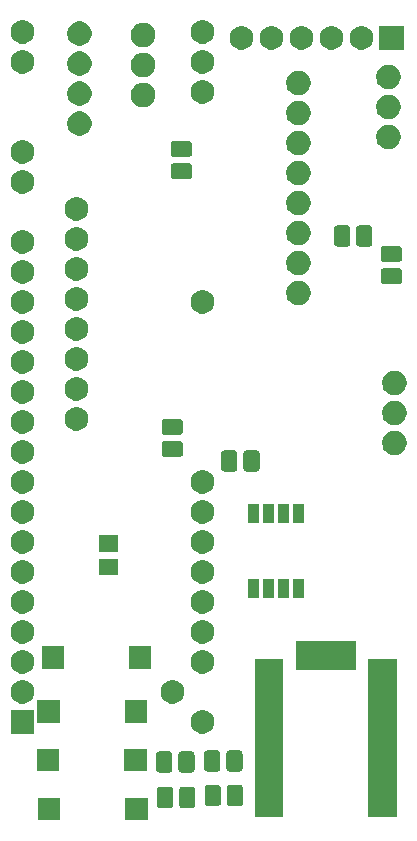
<source format=gbr>
G04 #@! TF.GenerationSoftware,KiCad,Pcbnew,(5.0.1)-rc2*
G04 #@! TF.CreationDate,2019-01-10T23:34:48-07:00*
G04 #@! TF.ProjectId,GPSLogger,4750534C6F676765722E6B696361645F,rev?*
G04 #@! TF.SameCoordinates,Original*
G04 #@! TF.FileFunction,Soldermask,Top*
G04 #@! TF.FilePolarity,Negative*
%FSLAX46Y46*%
G04 Gerber Fmt 4.6, Leading zero omitted, Abs format (unit mm)*
G04 Created by KiCad (PCBNEW (5.0.1)-rc2) date 1/10/2019 11:34:48 PM*
%MOMM*%
%LPD*%
G01*
G04 APERTURE LIST*
%ADD10C,0.100000*%
G04 APERTURE END LIST*
D10*
G36*
X140650000Y-94950000D02*
X138750000Y-94950000D01*
X138750000Y-93050000D01*
X140650000Y-93050000D01*
X140650000Y-94950000D01*
X140650000Y-94950000D01*
G37*
G36*
X133250000Y-94950000D02*
X131350000Y-94950000D01*
X131350000Y-93050000D01*
X133250000Y-93050000D01*
X133250000Y-94950000D01*
X133250000Y-94950000D01*
G37*
G36*
X161728000Y-94646000D02*
X159328000Y-94646000D01*
X159328000Y-81246000D01*
X161728000Y-81246000D01*
X161728000Y-94646000D01*
X161728000Y-94646000D01*
G37*
G36*
X152128000Y-94646000D02*
X149728000Y-94646000D01*
X149728000Y-81246000D01*
X152128000Y-81246000D01*
X152128000Y-94646000D01*
X152128000Y-94646000D01*
G37*
G36*
X142585997Y-92105997D02*
X142638653Y-92121970D01*
X142687165Y-92147900D01*
X142729696Y-92182804D01*
X142764600Y-92225335D01*
X142790530Y-92273847D01*
X142806503Y-92326503D01*
X142812500Y-92387390D01*
X142812500Y-93612610D01*
X142806503Y-93673497D01*
X142790530Y-93726153D01*
X142764600Y-93774665D01*
X142729696Y-93817196D01*
X142687165Y-93852100D01*
X142638653Y-93878030D01*
X142585997Y-93894003D01*
X142525110Y-93900000D01*
X141724890Y-93900000D01*
X141664003Y-93894003D01*
X141611347Y-93878030D01*
X141562835Y-93852100D01*
X141520304Y-93817196D01*
X141485400Y-93774665D01*
X141459470Y-93726153D01*
X141443497Y-93673497D01*
X141437500Y-93612610D01*
X141437500Y-92387390D01*
X141443497Y-92326503D01*
X141459470Y-92273847D01*
X141485400Y-92225335D01*
X141520304Y-92182804D01*
X141562835Y-92147900D01*
X141611347Y-92121970D01*
X141664003Y-92105997D01*
X141724890Y-92100000D01*
X142525110Y-92100000D01*
X142585997Y-92105997D01*
X142585997Y-92105997D01*
G37*
G36*
X144460997Y-92105997D02*
X144513653Y-92121970D01*
X144562165Y-92147900D01*
X144604696Y-92182804D01*
X144639600Y-92225335D01*
X144665530Y-92273847D01*
X144681503Y-92326503D01*
X144687500Y-92387390D01*
X144687500Y-93612610D01*
X144681503Y-93673497D01*
X144665530Y-93726153D01*
X144639600Y-93774665D01*
X144604696Y-93817196D01*
X144562165Y-93852100D01*
X144513653Y-93878030D01*
X144460997Y-93894003D01*
X144400110Y-93900000D01*
X143599890Y-93900000D01*
X143539003Y-93894003D01*
X143486347Y-93878030D01*
X143437835Y-93852100D01*
X143395304Y-93817196D01*
X143360400Y-93774665D01*
X143334470Y-93726153D01*
X143318497Y-93673497D01*
X143312500Y-93612610D01*
X143312500Y-92387390D01*
X143318497Y-92326503D01*
X143334470Y-92273847D01*
X143360400Y-92225335D01*
X143395304Y-92182804D01*
X143437835Y-92147900D01*
X143486347Y-92121970D01*
X143539003Y-92105997D01*
X143599890Y-92100000D01*
X144400110Y-92100000D01*
X144460997Y-92105997D01*
X144460997Y-92105997D01*
G37*
G36*
X146632497Y-91942997D02*
X146685153Y-91958970D01*
X146733665Y-91984900D01*
X146776196Y-92019804D01*
X146811100Y-92062335D01*
X146837030Y-92110847D01*
X146853003Y-92163503D01*
X146859000Y-92224390D01*
X146859000Y-93449610D01*
X146853003Y-93510497D01*
X146837030Y-93563153D01*
X146811100Y-93611665D01*
X146776196Y-93654196D01*
X146733665Y-93689100D01*
X146685153Y-93715030D01*
X146632497Y-93731003D01*
X146571610Y-93737000D01*
X145771390Y-93737000D01*
X145710503Y-93731003D01*
X145657847Y-93715030D01*
X145609335Y-93689100D01*
X145566804Y-93654196D01*
X145531900Y-93611665D01*
X145505970Y-93563153D01*
X145489997Y-93510497D01*
X145484000Y-93449610D01*
X145484000Y-92224390D01*
X145489997Y-92163503D01*
X145505970Y-92110847D01*
X145531900Y-92062335D01*
X145566804Y-92019804D01*
X145609335Y-91984900D01*
X145657847Y-91958970D01*
X145710503Y-91942997D01*
X145771390Y-91937000D01*
X146571610Y-91937000D01*
X146632497Y-91942997D01*
X146632497Y-91942997D01*
G37*
G36*
X148507497Y-91942997D02*
X148560153Y-91958970D01*
X148608665Y-91984900D01*
X148651196Y-92019804D01*
X148686100Y-92062335D01*
X148712030Y-92110847D01*
X148728003Y-92163503D01*
X148734000Y-92224390D01*
X148734000Y-93449610D01*
X148728003Y-93510497D01*
X148712030Y-93563153D01*
X148686100Y-93611665D01*
X148651196Y-93654196D01*
X148608665Y-93689100D01*
X148560153Y-93715030D01*
X148507497Y-93731003D01*
X148446610Y-93737000D01*
X147646390Y-93737000D01*
X147585503Y-93731003D01*
X147532847Y-93715030D01*
X147484335Y-93689100D01*
X147441804Y-93654196D01*
X147406900Y-93611665D01*
X147380970Y-93563153D01*
X147364997Y-93510497D01*
X147359000Y-93449610D01*
X147359000Y-92224390D01*
X147364997Y-92163503D01*
X147380970Y-92110847D01*
X147406900Y-92062335D01*
X147441804Y-92019804D01*
X147484335Y-91984900D01*
X147532847Y-91958970D01*
X147585503Y-91942997D01*
X147646390Y-91937000D01*
X148446610Y-91937000D01*
X148507497Y-91942997D01*
X148507497Y-91942997D01*
G37*
G36*
X144398497Y-89105997D02*
X144451153Y-89121970D01*
X144499665Y-89147900D01*
X144542196Y-89182804D01*
X144577100Y-89225335D01*
X144603030Y-89273847D01*
X144619003Y-89326503D01*
X144625000Y-89387390D01*
X144625000Y-90612610D01*
X144619003Y-90673497D01*
X144603030Y-90726153D01*
X144577100Y-90774665D01*
X144542196Y-90817196D01*
X144499665Y-90852100D01*
X144451153Y-90878030D01*
X144398497Y-90894003D01*
X144337610Y-90900000D01*
X143537390Y-90900000D01*
X143476503Y-90894003D01*
X143423847Y-90878030D01*
X143375335Y-90852100D01*
X143332804Y-90817196D01*
X143297900Y-90774665D01*
X143271970Y-90726153D01*
X143255997Y-90673497D01*
X143250000Y-90612610D01*
X143250000Y-89387390D01*
X143255997Y-89326503D01*
X143271970Y-89273847D01*
X143297900Y-89225335D01*
X143332804Y-89182804D01*
X143375335Y-89147900D01*
X143423847Y-89121970D01*
X143476503Y-89105997D01*
X143537390Y-89100000D01*
X144337610Y-89100000D01*
X144398497Y-89105997D01*
X144398497Y-89105997D01*
G37*
G36*
X142523497Y-89105997D02*
X142576153Y-89121970D01*
X142624665Y-89147900D01*
X142667196Y-89182804D01*
X142702100Y-89225335D01*
X142728030Y-89273847D01*
X142744003Y-89326503D01*
X142750000Y-89387390D01*
X142750000Y-90612610D01*
X142744003Y-90673497D01*
X142728030Y-90726153D01*
X142702100Y-90774665D01*
X142667196Y-90817196D01*
X142624665Y-90852100D01*
X142576153Y-90878030D01*
X142523497Y-90894003D01*
X142462610Y-90900000D01*
X141662390Y-90900000D01*
X141601503Y-90894003D01*
X141548847Y-90878030D01*
X141500335Y-90852100D01*
X141457804Y-90817196D01*
X141422900Y-90774665D01*
X141396970Y-90726153D01*
X141380997Y-90673497D01*
X141375000Y-90612610D01*
X141375000Y-89387390D01*
X141380997Y-89326503D01*
X141396970Y-89273847D01*
X141422900Y-89225335D01*
X141457804Y-89182804D01*
X141500335Y-89147900D01*
X141548847Y-89121970D01*
X141601503Y-89105997D01*
X141662390Y-89100000D01*
X142462610Y-89100000D01*
X142523497Y-89105997D01*
X142523497Y-89105997D01*
G37*
G36*
X146589497Y-89021997D02*
X146642153Y-89037970D01*
X146690665Y-89063900D01*
X146733196Y-89098804D01*
X146768100Y-89141335D01*
X146794030Y-89189847D01*
X146810003Y-89242503D01*
X146816000Y-89303390D01*
X146816000Y-90528610D01*
X146810003Y-90589497D01*
X146794030Y-90642153D01*
X146768100Y-90690665D01*
X146733196Y-90733196D01*
X146690665Y-90768100D01*
X146642153Y-90794030D01*
X146589497Y-90810003D01*
X146528610Y-90816000D01*
X145728390Y-90816000D01*
X145667503Y-90810003D01*
X145614847Y-90794030D01*
X145566335Y-90768100D01*
X145523804Y-90733196D01*
X145488900Y-90690665D01*
X145462970Y-90642153D01*
X145446997Y-90589497D01*
X145441000Y-90528610D01*
X145441000Y-89303390D01*
X145446997Y-89242503D01*
X145462970Y-89189847D01*
X145488900Y-89141335D01*
X145523804Y-89098804D01*
X145566335Y-89063900D01*
X145614847Y-89037970D01*
X145667503Y-89021997D01*
X145728390Y-89016000D01*
X146528610Y-89016000D01*
X146589497Y-89021997D01*
X146589497Y-89021997D01*
G37*
G36*
X148464497Y-89021997D02*
X148517153Y-89037970D01*
X148565665Y-89063900D01*
X148608196Y-89098804D01*
X148643100Y-89141335D01*
X148669030Y-89189847D01*
X148685003Y-89242503D01*
X148691000Y-89303390D01*
X148691000Y-90528610D01*
X148685003Y-90589497D01*
X148669030Y-90642153D01*
X148643100Y-90690665D01*
X148608196Y-90733196D01*
X148565665Y-90768100D01*
X148517153Y-90794030D01*
X148464497Y-90810003D01*
X148403610Y-90816000D01*
X147603390Y-90816000D01*
X147542503Y-90810003D01*
X147489847Y-90794030D01*
X147441335Y-90768100D01*
X147398804Y-90733196D01*
X147363900Y-90690665D01*
X147337970Y-90642153D01*
X147321997Y-90589497D01*
X147316000Y-90528610D01*
X147316000Y-89303390D01*
X147321997Y-89242503D01*
X147337970Y-89189847D01*
X147363900Y-89141335D01*
X147398804Y-89098804D01*
X147441335Y-89063900D01*
X147489847Y-89037970D01*
X147542503Y-89021997D01*
X147603390Y-89016000D01*
X148403610Y-89016000D01*
X148464497Y-89021997D01*
X148464497Y-89021997D01*
G37*
G36*
X140575000Y-90800000D02*
X138675000Y-90800000D01*
X138675000Y-88900000D01*
X140575000Y-88900000D01*
X140575000Y-90800000D01*
X140575000Y-90800000D01*
G37*
G36*
X133175000Y-90800000D02*
X131275000Y-90800000D01*
X131275000Y-88900000D01*
X133175000Y-88900000D01*
X133175000Y-90800000D01*
X133175000Y-90800000D01*
G37*
G36*
X145463770Y-85629372D02*
X145579689Y-85652429D01*
X145761678Y-85727811D01*
X145925463Y-85837249D01*
X146064751Y-85976537D01*
X146174189Y-86140322D01*
X146249571Y-86322311D01*
X146288000Y-86515509D01*
X146288000Y-86712491D01*
X146249571Y-86905689D01*
X146174189Y-87087678D01*
X146064751Y-87251463D01*
X145925463Y-87390751D01*
X145761678Y-87500189D01*
X145579689Y-87575571D01*
X145463770Y-87598628D01*
X145386493Y-87614000D01*
X145189507Y-87614000D01*
X145112230Y-87598628D01*
X144996311Y-87575571D01*
X144814322Y-87500189D01*
X144650537Y-87390751D01*
X144511249Y-87251463D01*
X144401811Y-87087678D01*
X144326429Y-86905689D01*
X144288000Y-86712491D01*
X144288000Y-86515509D01*
X144326429Y-86322311D01*
X144401811Y-86140322D01*
X144511249Y-85976537D01*
X144650537Y-85837249D01*
X144814322Y-85727811D01*
X144996311Y-85652429D01*
X145112230Y-85629372D01*
X145189507Y-85614000D01*
X145386493Y-85614000D01*
X145463770Y-85629372D01*
X145463770Y-85629372D01*
G37*
G36*
X131048000Y-87614000D02*
X129048000Y-87614000D01*
X129048000Y-85614000D01*
X131048000Y-85614000D01*
X131048000Y-87614000D01*
X131048000Y-87614000D01*
G37*
G36*
X133200000Y-86700000D02*
X131300000Y-86700000D01*
X131300000Y-84800000D01*
X133200000Y-84800000D01*
X133200000Y-86700000D01*
X133200000Y-86700000D01*
G37*
G36*
X140600000Y-86700000D02*
X138700000Y-86700000D01*
X138700000Y-84800000D01*
X140600000Y-84800000D01*
X140600000Y-86700000D01*
X140600000Y-86700000D01*
G37*
G36*
X130223770Y-83089372D02*
X130339689Y-83112429D01*
X130521678Y-83187811D01*
X130685463Y-83297249D01*
X130824751Y-83436537D01*
X130934189Y-83600322D01*
X131009571Y-83782311D01*
X131048000Y-83975509D01*
X131048000Y-84172491D01*
X131009571Y-84365689D01*
X130934189Y-84547678D01*
X130824751Y-84711463D01*
X130685463Y-84850751D01*
X130521678Y-84960189D01*
X130339689Y-85035571D01*
X130223770Y-85058628D01*
X130146493Y-85074000D01*
X129949507Y-85074000D01*
X129872230Y-85058628D01*
X129756311Y-85035571D01*
X129574322Y-84960189D01*
X129410537Y-84850751D01*
X129271249Y-84711463D01*
X129161811Y-84547678D01*
X129086429Y-84365689D01*
X129048000Y-84172491D01*
X129048000Y-83975509D01*
X129086429Y-83782311D01*
X129161811Y-83600322D01*
X129271249Y-83436537D01*
X129410537Y-83297249D01*
X129574322Y-83187811D01*
X129756311Y-83112429D01*
X129872230Y-83089372D01*
X129949507Y-83074000D01*
X130146493Y-83074000D01*
X130223770Y-83089372D01*
X130223770Y-83089372D01*
G37*
G36*
X142923770Y-83089372D02*
X143039689Y-83112429D01*
X143221678Y-83187811D01*
X143385463Y-83297249D01*
X143524751Y-83436537D01*
X143634189Y-83600322D01*
X143709571Y-83782311D01*
X143748000Y-83975509D01*
X143748000Y-84172491D01*
X143709571Y-84365689D01*
X143634189Y-84547678D01*
X143524751Y-84711463D01*
X143385463Y-84850751D01*
X143221678Y-84960189D01*
X143039689Y-85035571D01*
X142923770Y-85058628D01*
X142846493Y-85074000D01*
X142649507Y-85074000D01*
X142572230Y-85058628D01*
X142456311Y-85035571D01*
X142274322Y-84960189D01*
X142110537Y-84850751D01*
X141971249Y-84711463D01*
X141861811Y-84547678D01*
X141786429Y-84365689D01*
X141748000Y-84172491D01*
X141748000Y-83975509D01*
X141786429Y-83782311D01*
X141861811Y-83600322D01*
X141971249Y-83436537D01*
X142110537Y-83297249D01*
X142274322Y-83187811D01*
X142456311Y-83112429D01*
X142572230Y-83089372D01*
X142649507Y-83074000D01*
X142846493Y-83074000D01*
X142923770Y-83089372D01*
X142923770Y-83089372D01*
G37*
G36*
X145463770Y-80549372D02*
X145579689Y-80572429D01*
X145761678Y-80647811D01*
X145925463Y-80757249D01*
X146064751Y-80896537D01*
X146174189Y-81060322D01*
X146249571Y-81242311D01*
X146288000Y-81435509D01*
X146288000Y-81632491D01*
X146249571Y-81825689D01*
X146174189Y-82007678D01*
X146064751Y-82171463D01*
X145925463Y-82310751D01*
X145761678Y-82420189D01*
X145579689Y-82495571D01*
X145463770Y-82518628D01*
X145386493Y-82534000D01*
X145189507Y-82534000D01*
X145112230Y-82518628D01*
X144996311Y-82495571D01*
X144814322Y-82420189D01*
X144650537Y-82310751D01*
X144511249Y-82171463D01*
X144401811Y-82007678D01*
X144326429Y-81825689D01*
X144288000Y-81632491D01*
X144288000Y-81435509D01*
X144326429Y-81242311D01*
X144401811Y-81060322D01*
X144511249Y-80896537D01*
X144650537Y-80757249D01*
X144814322Y-80647811D01*
X144996311Y-80572429D01*
X145112230Y-80549372D01*
X145189507Y-80534000D01*
X145386493Y-80534000D01*
X145463770Y-80549372D01*
X145463770Y-80549372D01*
G37*
G36*
X130223770Y-80549372D02*
X130339689Y-80572429D01*
X130521678Y-80647811D01*
X130685463Y-80757249D01*
X130824751Y-80896537D01*
X130934189Y-81060322D01*
X131009571Y-81242311D01*
X131048000Y-81435509D01*
X131048000Y-81632491D01*
X131009571Y-81825689D01*
X130934189Y-82007678D01*
X130824751Y-82171463D01*
X130685463Y-82310751D01*
X130521678Y-82420189D01*
X130339689Y-82495571D01*
X130223770Y-82518628D01*
X130146493Y-82534000D01*
X129949507Y-82534000D01*
X129872230Y-82518628D01*
X129756311Y-82495571D01*
X129574322Y-82420189D01*
X129410537Y-82310751D01*
X129271249Y-82171463D01*
X129161811Y-82007678D01*
X129086429Y-81825689D01*
X129048000Y-81632491D01*
X129048000Y-81435509D01*
X129086429Y-81242311D01*
X129161811Y-81060322D01*
X129271249Y-80896537D01*
X129410537Y-80757249D01*
X129574322Y-80647811D01*
X129756311Y-80572429D01*
X129872230Y-80549372D01*
X129949507Y-80534000D01*
X130146493Y-80534000D01*
X130223770Y-80549372D01*
X130223770Y-80549372D01*
G37*
G36*
X158278000Y-82196000D02*
X153178000Y-82196000D01*
X153178000Y-79796000D01*
X158278000Y-79796000D01*
X158278000Y-82196000D01*
X158278000Y-82196000D01*
G37*
G36*
X140975000Y-82100000D02*
X139075000Y-82100000D01*
X139075000Y-80200000D01*
X140975000Y-80200000D01*
X140975000Y-82100000D01*
X140975000Y-82100000D01*
G37*
G36*
X133575000Y-82100000D02*
X131675000Y-82100000D01*
X131675000Y-80200000D01*
X133575000Y-80200000D01*
X133575000Y-82100000D01*
X133575000Y-82100000D01*
G37*
G36*
X145463770Y-78009372D02*
X145579689Y-78032429D01*
X145761678Y-78107811D01*
X145925463Y-78217249D01*
X146064751Y-78356537D01*
X146174189Y-78520322D01*
X146249571Y-78702311D01*
X146288000Y-78895509D01*
X146288000Y-79092491D01*
X146249571Y-79285689D01*
X146174189Y-79467678D01*
X146064751Y-79631463D01*
X145925463Y-79770751D01*
X145761678Y-79880189D01*
X145579689Y-79955571D01*
X145463770Y-79978628D01*
X145386493Y-79994000D01*
X145189507Y-79994000D01*
X145112230Y-79978628D01*
X144996311Y-79955571D01*
X144814322Y-79880189D01*
X144650537Y-79770751D01*
X144511249Y-79631463D01*
X144401811Y-79467678D01*
X144326429Y-79285689D01*
X144288000Y-79092491D01*
X144288000Y-78895509D01*
X144326429Y-78702311D01*
X144401811Y-78520322D01*
X144511249Y-78356537D01*
X144650537Y-78217249D01*
X144814322Y-78107811D01*
X144996311Y-78032429D01*
X145112230Y-78009372D01*
X145189507Y-77994000D01*
X145386493Y-77994000D01*
X145463770Y-78009372D01*
X145463770Y-78009372D01*
G37*
G36*
X130223770Y-78009372D02*
X130339689Y-78032429D01*
X130521678Y-78107811D01*
X130685463Y-78217249D01*
X130824751Y-78356537D01*
X130934189Y-78520322D01*
X131009571Y-78702311D01*
X131048000Y-78895509D01*
X131048000Y-79092491D01*
X131009571Y-79285689D01*
X130934189Y-79467678D01*
X130824751Y-79631463D01*
X130685463Y-79770751D01*
X130521678Y-79880189D01*
X130339689Y-79955571D01*
X130223770Y-79978628D01*
X130146493Y-79994000D01*
X129949507Y-79994000D01*
X129872230Y-79978628D01*
X129756311Y-79955571D01*
X129574322Y-79880189D01*
X129410537Y-79770751D01*
X129271249Y-79631463D01*
X129161811Y-79467678D01*
X129086429Y-79285689D01*
X129048000Y-79092491D01*
X129048000Y-78895509D01*
X129086429Y-78702311D01*
X129161811Y-78520322D01*
X129271249Y-78356537D01*
X129410537Y-78217249D01*
X129574322Y-78107811D01*
X129756311Y-78032429D01*
X129872230Y-78009372D01*
X129949507Y-77994000D01*
X130146493Y-77994000D01*
X130223770Y-78009372D01*
X130223770Y-78009372D01*
G37*
G36*
X130223770Y-75469372D02*
X130339689Y-75492429D01*
X130521678Y-75567811D01*
X130685463Y-75677249D01*
X130824751Y-75816537D01*
X130934189Y-75980322D01*
X131009571Y-76162311D01*
X131048000Y-76355509D01*
X131048000Y-76552491D01*
X131009571Y-76745689D01*
X130934189Y-76927678D01*
X130824751Y-77091463D01*
X130685463Y-77230751D01*
X130521678Y-77340189D01*
X130339689Y-77415571D01*
X130223770Y-77438628D01*
X130146493Y-77454000D01*
X129949507Y-77454000D01*
X129872230Y-77438628D01*
X129756311Y-77415571D01*
X129574322Y-77340189D01*
X129410537Y-77230751D01*
X129271249Y-77091463D01*
X129161811Y-76927678D01*
X129086429Y-76745689D01*
X129048000Y-76552491D01*
X129048000Y-76355509D01*
X129086429Y-76162311D01*
X129161811Y-75980322D01*
X129271249Y-75816537D01*
X129410537Y-75677249D01*
X129574322Y-75567811D01*
X129756311Y-75492429D01*
X129872230Y-75469372D01*
X129949507Y-75454000D01*
X130146493Y-75454000D01*
X130223770Y-75469372D01*
X130223770Y-75469372D01*
G37*
G36*
X145463770Y-75469372D02*
X145579689Y-75492429D01*
X145761678Y-75567811D01*
X145925463Y-75677249D01*
X146064751Y-75816537D01*
X146174189Y-75980322D01*
X146249571Y-76162311D01*
X146288000Y-76355509D01*
X146288000Y-76552491D01*
X146249571Y-76745689D01*
X146174189Y-76927678D01*
X146064751Y-77091463D01*
X145925463Y-77230751D01*
X145761678Y-77340189D01*
X145579689Y-77415571D01*
X145463770Y-77438628D01*
X145386493Y-77454000D01*
X145189507Y-77454000D01*
X145112230Y-77438628D01*
X144996311Y-77415571D01*
X144814322Y-77340189D01*
X144650537Y-77230751D01*
X144511249Y-77091463D01*
X144401811Y-76927678D01*
X144326429Y-76745689D01*
X144288000Y-76552491D01*
X144288000Y-76355509D01*
X144326429Y-76162311D01*
X144401811Y-75980322D01*
X144511249Y-75816537D01*
X144650537Y-75677249D01*
X144814322Y-75567811D01*
X144996311Y-75492429D01*
X145112230Y-75469372D01*
X145189507Y-75454000D01*
X145386493Y-75454000D01*
X145463770Y-75469372D01*
X145463770Y-75469372D01*
G37*
G36*
X151330000Y-76082500D02*
X150422000Y-76082500D01*
X150422000Y-74539500D01*
X151330000Y-74539500D01*
X151330000Y-76082500D01*
X151330000Y-76082500D01*
G37*
G36*
X152600000Y-76082500D02*
X151692000Y-76082500D01*
X151692000Y-74539500D01*
X152600000Y-74539500D01*
X152600000Y-76082500D01*
X152600000Y-76082500D01*
G37*
G36*
X150060000Y-76082500D02*
X149152000Y-76082500D01*
X149152000Y-74539500D01*
X150060000Y-74539500D01*
X150060000Y-76082500D01*
X150060000Y-76082500D01*
G37*
G36*
X153870000Y-76082500D02*
X152962000Y-76082500D01*
X152962000Y-74539500D01*
X153870000Y-74539500D01*
X153870000Y-76082500D01*
X153870000Y-76082500D01*
G37*
G36*
X145463770Y-72929372D02*
X145579689Y-72952429D01*
X145761678Y-73027811D01*
X145925463Y-73137249D01*
X146064751Y-73276537D01*
X146174189Y-73440322D01*
X146249571Y-73622311D01*
X146288000Y-73815509D01*
X146288000Y-74012491D01*
X146249571Y-74205689D01*
X146174189Y-74387678D01*
X146064751Y-74551463D01*
X145925463Y-74690751D01*
X145761678Y-74800189D01*
X145579689Y-74875571D01*
X145463770Y-74898628D01*
X145386493Y-74914000D01*
X145189507Y-74914000D01*
X145112230Y-74898628D01*
X144996311Y-74875571D01*
X144814322Y-74800189D01*
X144650537Y-74690751D01*
X144511249Y-74551463D01*
X144401811Y-74387678D01*
X144326429Y-74205689D01*
X144288000Y-74012491D01*
X144288000Y-73815509D01*
X144326429Y-73622311D01*
X144401811Y-73440322D01*
X144511249Y-73276537D01*
X144650537Y-73137249D01*
X144814322Y-73027811D01*
X144996311Y-72952429D01*
X145112230Y-72929372D01*
X145189507Y-72914000D01*
X145386493Y-72914000D01*
X145463770Y-72929372D01*
X145463770Y-72929372D01*
G37*
G36*
X130223770Y-72929372D02*
X130339689Y-72952429D01*
X130521678Y-73027811D01*
X130685463Y-73137249D01*
X130824751Y-73276537D01*
X130934189Y-73440322D01*
X131009571Y-73622311D01*
X131048000Y-73815509D01*
X131048000Y-74012491D01*
X131009571Y-74205689D01*
X130934189Y-74387678D01*
X130824751Y-74551463D01*
X130685463Y-74690751D01*
X130521678Y-74800189D01*
X130339689Y-74875571D01*
X130223770Y-74898628D01*
X130146493Y-74914000D01*
X129949507Y-74914000D01*
X129872230Y-74898628D01*
X129756311Y-74875571D01*
X129574322Y-74800189D01*
X129410537Y-74690751D01*
X129271249Y-74551463D01*
X129161811Y-74387678D01*
X129086429Y-74205689D01*
X129048000Y-74012491D01*
X129048000Y-73815509D01*
X129086429Y-73622311D01*
X129161811Y-73440322D01*
X129271249Y-73276537D01*
X129410537Y-73137249D01*
X129574322Y-73027811D01*
X129756311Y-72952429D01*
X129872230Y-72929372D01*
X129949507Y-72914000D01*
X130146493Y-72914000D01*
X130223770Y-72929372D01*
X130223770Y-72929372D01*
G37*
G36*
X138175500Y-74201000D02*
X136525500Y-74201000D01*
X136525500Y-72801000D01*
X138175500Y-72801000D01*
X138175500Y-74201000D01*
X138175500Y-74201000D01*
G37*
G36*
X145463770Y-70389372D02*
X145579689Y-70412429D01*
X145761678Y-70487811D01*
X145925463Y-70597249D01*
X146064751Y-70736537D01*
X146174189Y-70900322D01*
X146249571Y-71082311D01*
X146288000Y-71275509D01*
X146288000Y-71472491D01*
X146249571Y-71665689D01*
X146174189Y-71847678D01*
X146064751Y-72011463D01*
X145925463Y-72150751D01*
X145761678Y-72260189D01*
X145579689Y-72335571D01*
X145463770Y-72358628D01*
X145386493Y-72374000D01*
X145189507Y-72374000D01*
X145112230Y-72358628D01*
X144996311Y-72335571D01*
X144814322Y-72260189D01*
X144650537Y-72150751D01*
X144511249Y-72011463D01*
X144401811Y-71847678D01*
X144326429Y-71665689D01*
X144288000Y-71472491D01*
X144288000Y-71275509D01*
X144326429Y-71082311D01*
X144401811Y-70900322D01*
X144511249Y-70736537D01*
X144650537Y-70597249D01*
X144814322Y-70487811D01*
X144996311Y-70412429D01*
X145112230Y-70389372D01*
X145189507Y-70374000D01*
X145386493Y-70374000D01*
X145463770Y-70389372D01*
X145463770Y-70389372D01*
G37*
G36*
X130223770Y-70389372D02*
X130339689Y-70412429D01*
X130521678Y-70487811D01*
X130685463Y-70597249D01*
X130824751Y-70736537D01*
X130934189Y-70900322D01*
X131009571Y-71082311D01*
X131048000Y-71275509D01*
X131048000Y-71472491D01*
X131009571Y-71665689D01*
X130934189Y-71847678D01*
X130824751Y-72011463D01*
X130685463Y-72150751D01*
X130521678Y-72260189D01*
X130339689Y-72335571D01*
X130223770Y-72358628D01*
X130146493Y-72374000D01*
X129949507Y-72374000D01*
X129872230Y-72358628D01*
X129756311Y-72335571D01*
X129574322Y-72260189D01*
X129410537Y-72150751D01*
X129271249Y-72011463D01*
X129161811Y-71847678D01*
X129086429Y-71665689D01*
X129048000Y-71472491D01*
X129048000Y-71275509D01*
X129086429Y-71082311D01*
X129161811Y-70900322D01*
X129271249Y-70736537D01*
X129410537Y-70597249D01*
X129574322Y-70487811D01*
X129756311Y-70412429D01*
X129872230Y-70389372D01*
X129949507Y-70374000D01*
X130146493Y-70374000D01*
X130223770Y-70389372D01*
X130223770Y-70389372D01*
G37*
G36*
X138175500Y-72201000D02*
X136525500Y-72201000D01*
X136525500Y-70801000D01*
X138175500Y-70801000D01*
X138175500Y-72201000D01*
X138175500Y-72201000D01*
G37*
G36*
X145463770Y-67849372D02*
X145579689Y-67872429D01*
X145761678Y-67947811D01*
X145925463Y-68057249D01*
X146064751Y-68196537D01*
X146174189Y-68360322D01*
X146249571Y-68542311D01*
X146288000Y-68735509D01*
X146288000Y-68932491D01*
X146249571Y-69125689D01*
X146174189Y-69307678D01*
X146064751Y-69471463D01*
X145925463Y-69610751D01*
X145761678Y-69720189D01*
X145579689Y-69795571D01*
X145463770Y-69818628D01*
X145386493Y-69834000D01*
X145189507Y-69834000D01*
X145112230Y-69818628D01*
X144996311Y-69795571D01*
X144814322Y-69720189D01*
X144650537Y-69610751D01*
X144511249Y-69471463D01*
X144401811Y-69307678D01*
X144326429Y-69125689D01*
X144288000Y-68932491D01*
X144288000Y-68735509D01*
X144326429Y-68542311D01*
X144401811Y-68360322D01*
X144511249Y-68196537D01*
X144650537Y-68057249D01*
X144814322Y-67947811D01*
X144996311Y-67872429D01*
X145112230Y-67849372D01*
X145189507Y-67834000D01*
X145386493Y-67834000D01*
X145463770Y-67849372D01*
X145463770Y-67849372D01*
G37*
G36*
X130223770Y-67849372D02*
X130339689Y-67872429D01*
X130521678Y-67947811D01*
X130685463Y-68057249D01*
X130824751Y-68196537D01*
X130934189Y-68360322D01*
X131009571Y-68542311D01*
X131048000Y-68735509D01*
X131048000Y-68932491D01*
X131009571Y-69125689D01*
X130934189Y-69307678D01*
X130824751Y-69471463D01*
X130685463Y-69610751D01*
X130521678Y-69720189D01*
X130339689Y-69795571D01*
X130223770Y-69818628D01*
X130146493Y-69834000D01*
X129949507Y-69834000D01*
X129872230Y-69818628D01*
X129756311Y-69795571D01*
X129574322Y-69720189D01*
X129410537Y-69610751D01*
X129271249Y-69471463D01*
X129161811Y-69307678D01*
X129086429Y-69125689D01*
X129048000Y-68932491D01*
X129048000Y-68735509D01*
X129086429Y-68542311D01*
X129161811Y-68360322D01*
X129271249Y-68196537D01*
X129410537Y-68057249D01*
X129574322Y-67947811D01*
X129756311Y-67872429D01*
X129872230Y-67849372D01*
X129949507Y-67834000D01*
X130146493Y-67834000D01*
X130223770Y-67849372D01*
X130223770Y-67849372D01*
G37*
G36*
X152600000Y-69732500D02*
X151692000Y-69732500D01*
X151692000Y-68189500D01*
X152600000Y-68189500D01*
X152600000Y-69732500D01*
X152600000Y-69732500D01*
G37*
G36*
X153870000Y-69732500D02*
X152962000Y-69732500D01*
X152962000Y-68189500D01*
X153870000Y-68189500D01*
X153870000Y-69732500D01*
X153870000Y-69732500D01*
G37*
G36*
X150060000Y-69732500D02*
X149152000Y-69732500D01*
X149152000Y-68189500D01*
X150060000Y-68189500D01*
X150060000Y-69732500D01*
X150060000Y-69732500D01*
G37*
G36*
X151330000Y-69732500D02*
X150422000Y-69732500D01*
X150422000Y-68189500D01*
X151330000Y-68189500D01*
X151330000Y-69732500D01*
X151330000Y-69732500D01*
G37*
G36*
X145463770Y-65309372D02*
X145579689Y-65332429D01*
X145761678Y-65407811D01*
X145925463Y-65517249D01*
X146064751Y-65656537D01*
X146174189Y-65820322D01*
X146249571Y-66002311D01*
X146288000Y-66195509D01*
X146288000Y-66392491D01*
X146249571Y-66585689D01*
X146174189Y-66767678D01*
X146064751Y-66931463D01*
X145925463Y-67070751D01*
X145761678Y-67180189D01*
X145579689Y-67255571D01*
X145463770Y-67278628D01*
X145386493Y-67294000D01*
X145189507Y-67294000D01*
X145112230Y-67278628D01*
X144996311Y-67255571D01*
X144814322Y-67180189D01*
X144650537Y-67070751D01*
X144511249Y-66931463D01*
X144401811Y-66767678D01*
X144326429Y-66585689D01*
X144288000Y-66392491D01*
X144288000Y-66195509D01*
X144326429Y-66002311D01*
X144401811Y-65820322D01*
X144511249Y-65656537D01*
X144650537Y-65517249D01*
X144814322Y-65407811D01*
X144996311Y-65332429D01*
X145112230Y-65309372D01*
X145189507Y-65294000D01*
X145386493Y-65294000D01*
X145463770Y-65309372D01*
X145463770Y-65309372D01*
G37*
G36*
X130223770Y-65309372D02*
X130339689Y-65332429D01*
X130521678Y-65407811D01*
X130685463Y-65517249D01*
X130824751Y-65656537D01*
X130934189Y-65820322D01*
X131009571Y-66002311D01*
X131048000Y-66195509D01*
X131048000Y-66392491D01*
X131009571Y-66585689D01*
X130934189Y-66767678D01*
X130824751Y-66931463D01*
X130685463Y-67070751D01*
X130521678Y-67180189D01*
X130339689Y-67255571D01*
X130223770Y-67278628D01*
X130146493Y-67294000D01*
X129949507Y-67294000D01*
X129872230Y-67278628D01*
X129756311Y-67255571D01*
X129574322Y-67180189D01*
X129410537Y-67070751D01*
X129271249Y-66931463D01*
X129161811Y-66767678D01*
X129086429Y-66585689D01*
X129048000Y-66392491D01*
X129048000Y-66195509D01*
X129086429Y-66002311D01*
X129161811Y-65820322D01*
X129271249Y-65656537D01*
X129410537Y-65517249D01*
X129574322Y-65407811D01*
X129756311Y-65332429D01*
X129872230Y-65309372D01*
X129949507Y-65294000D01*
X130146493Y-65294000D01*
X130223770Y-65309372D01*
X130223770Y-65309372D01*
G37*
G36*
X149909997Y-63621997D02*
X149962653Y-63637970D01*
X150011165Y-63663900D01*
X150053696Y-63698804D01*
X150088600Y-63741335D01*
X150114530Y-63789847D01*
X150130503Y-63842503D01*
X150136500Y-63903390D01*
X150136500Y-65128610D01*
X150130503Y-65189497D01*
X150114530Y-65242153D01*
X150088600Y-65290665D01*
X150053696Y-65333196D01*
X150011165Y-65368100D01*
X149962653Y-65394030D01*
X149909997Y-65410003D01*
X149849110Y-65416000D01*
X149048890Y-65416000D01*
X148988003Y-65410003D01*
X148935347Y-65394030D01*
X148886835Y-65368100D01*
X148844304Y-65333196D01*
X148809400Y-65290665D01*
X148783470Y-65242153D01*
X148767497Y-65189497D01*
X148761500Y-65128610D01*
X148761500Y-63903390D01*
X148767497Y-63842503D01*
X148783470Y-63789847D01*
X148809400Y-63741335D01*
X148844304Y-63698804D01*
X148886835Y-63663900D01*
X148935347Y-63637970D01*
X148988003Y-63621997D01*
X149048890Y-63616000D01*
X149849110Y-63616000D01*
X149909997Y-63621997D01*
X149909997Y-63621997D01*
G37*
G36*
X148034997Y-63621997D02*
X148087653Y-63637970D01*
X148136165Y-63663900D01*
X148178696Y-63698804D01*
X148213600Y-63741335D01*
X148239530Y-63789847D01*
X148255503Y-63842503D01*
X148261500Y-63903390D01*
X148261500Y-65128610D01*
X148255503Y-65189497D01*
X148239530Y-65242153D01*
X148213600Y-65290665D01*
X148178696Y-65333196D01*
X148136165Y-65368100D01*
X148087653Y-65394030D01*
X148034997Y-65410003D01*
X147974110Y-65416000D01*
X147173890Y-65416000D01*
X147113003Y-65410003D01*
X147060347Y-65394030D01*
X147011835Y-65368100D01*
X146969304Y-65333196D01*
X146934400Y-65290665D01*
X146908470Y-65242153D01*
X146892497Y-65189497D01*
X146886500Y-65128610D01*
X146886500Y-63903390D01*
X146892497Y-63842503D01*
X146908470Y-63789847D01*
X146934400Y-63741335D01*
X146969304Y-63698804D01*
X147011835Y-63663900D01*
X147060347Y-63637970D01*
X147113003Y-63621997D01*
X147173890Y-63616000D01*
X147974110Y-63616000D01*
X148034997Y-63621997D01*
X148034997Y-63621997D01*
G37*
G36*
X130223770Y-62769372D02*
X130339689Y-62792429D01*
X130521678Y-62867811D01*
X130685463Y-62977249D01*
X130824751Y-63116537D01*
X130934189Y-63280322D01*
X131009571Y-63462311D01*
X131032628Y-63578230D01*
X131048000Y-63655507D01*
X131048000Y-63852493D01*
X131038528Y-63900110D01*
X131009571Y-64045689D01*
X130934189Y-64227678D01*
X130824751Y-64391463D01*
X130685463Y-64530751D01*
X130521678Y-64640189D01*
X130339689Y-64715571D01*
X130223770Y-64738628D01*
X130146493Y-64754000D01*
X129949507Y-64754000D01*
X129872230Y-64738628D01*
X129756311Y-64715571D01*
X129574322Y-64640189D01*
X129410537Y-64530751D01*
X129271249Y-64391463D01*
X129161811Y-64227678D01*
X129086429Y-64045689D01*
X129057472Y-63900110D01*
X129048000Y-63852493D01*
X129048000Y-63655507D01*
X129063372Y-63578230D01*
X129086429Y-63462311D01*
X129161811Y-63280322D01*
X129271249Y-63116537D01*
X129410537Y-62977249D01*
X129574322Y-62867811D01*
X129756311Y-62792429D01*
X129872230Y-62769372D01*
X129949507Y-62754000D01*
X130146493Y-62754000D01*
X130223770Y-62769372D01*
X130223770Y-62769372D01*
G37*
G36*
X143421497Y-62818497D02*
X143474153Y-62834470D01*
X143522665Y-62860400D01*
X143565196Y-62895304D01*
X143600100Y-62937835D01*
X143626030Y-62986347D01*
X143642003Y-63039003D01*
X143648000Y-63099890D01*
X143648000Y-63900110D01*
X143642003Y-63960997D01*
X143626030Y-64013653D01*
X143600100Y-64062165D01*
X143565196Y-64104696D01*
X143522665Y-64139600D01*
X143474153Y-64165530D01*
X143421497Y-64181503D01*
X143360610Y-64187500D01*
X142135390Y-64187500D01*
X142074503Y-64181503D01*
X142021847Y-64165530D01*
X141973335Y-64139600D01*
X141930804Y-64104696D01*
X141895900Y-64062165D01*
X141869970Y-64013653D01*
X141853997Y-63960997D01*
X141848000Y-63900110D01*
X141848000Y-63099890D01*
X141853997Y-63039003D01*
X141869970Y-62986347D01*
X141895900Y-62937835D01*
X141930804Y-62895304D01*
X141973335Y-62860400D01*
X142021847Y-62834470D01*
X142074503Y-62818497D01*
X142135390Y-62812500D01*
X143360610Y-62812500D01*
X143421497Y-62818497D01*
X143421497Y-62818497D01*
G37*
G36*
X161847765Y-61990620D02*
X162037289Y-62069123D01*
X162207855Y-62183092D01*
X162352908Y-62328145D01*
X162466877Y-62498711D01*
X162545380Y-62688235D01*
X162585400Y-62889430D01*
X162585400Y-63094570D01*
X162545380Y-63295765D01*
X162466877Y-63485289D01*
X162352908Y-63655855D01*
X162207855Y-63800908D01*
X162037289Y-63914877D01*
X161847765Y-63993380D01*
X161646570Y-64033400D01*
X161441430Y-64033400D01*
X161240235Y-63993380D01*
X161050711Y-63914877D01*
X160880145Y-63800908D01*
X160735092Y-63655855D01*
X160621123Y-63485289D01*
X160542620Y-63295765D01*
X160502600Y-63094570D01*
X160502600Y-62889430D01*
X160542620Y-62688235D01*
X160621123Y-62498711D01*
X160735092Y-62328145D01*
X160880145Y-62183092D01*
X161050711Y-62069123D01*
X161240235Y-61990620D01*
X161441430Y-61950600D01*
X161646570Y-61950600D01*
X161847765Y-61990620D01*
X161847765Y-61990620D01*
G37*
G36*
X143421497Y-60943497D02*
X143474153Y-60959470D01*
X143522665Y-60985400D01*
X143565196Y-61020304D01*
X143600100Y-61062835D01*
X143626030Y-61111347D01*
X143642003Y-61164003D01*
X143648000Y-61224890D01*
X143648000Y-62025110D01*
X143642003Y-62085997D01*
X143626030Y-62138653D01*
X143600100Y-62187165D01*
X143565196Y-62229696D01*
X143522665Y-62264600D01*
X143474153Y-62290530D01*
X143421497Y-62306503D01*
X143360610Y-62312500D01*
X142135390Y-62312500D01*
X142074503Y-62306503D01*
X142021847Y-62290530D01*
X141973335Y-62264600D01*
X141930804Y-62229696D01*
X141895900Y-62187165D01*
X141869970Y-62138653D01*
X141853997Y-62085997D01*
X141848000Y-62025110D01*
X141848000Y-61224890D01*
X141853997Y-61164003D01*
X141869970Y-61111347D01*
X141895900Y-61062835D01*
X141930804Y-61020304D01*
X141973335Y-60985400D01*
X142021847Y-60959470D01*
X142074503Y-60943497D01*
X142135390Y-60937500D01*
X143360610Y-60937500D01*
X143421497Y-60943497D01*
X143421497Y-60943497D01*
G37*
G36*
X130223770Y-60229372D02*
X130339689Y-60252429D01*
X130521678Y-60327811D01*
X130685463Y-60437249D01*
X130824751Y-60576537D01*
X130934189Y-60740322D01*
X131009571Y-60922311D01*
X131016962Y-60959470D01*
X131047173Y-61111347D01*
X131048000Y-61115509D01*
X131048000Y-61312491D01*
X131009571Y-61505689D01*
X130934189Y-61687678D01*
X130824751Y-61851463D01*
X130685463Y-61990751D01*
X130521678Y-62100189D01*
X130339689Y-62175571D01*
X130223770Y-62198628D01*
X130146493Y-62214000D01*
X129949507Y-62214000D01*
X129872230Y-62198628D01*
X129756311Y-62175571D01*
X129574322Y-62100189D01*
X129410537Y-61990751D01*
X129271249Y-61851463D01*
X129161811Y-61687678D01*
X129086429Y-61505689D01*
X129048000Y-61312491D01*
X129048000Y-61115509D01*
X129048828Y-61111347D01*
X129079038Y-60959470D01*
X129086429Y-60922311D01*
X129161811Y-60740322D01*
X129271249Y-60576537D01*
X129410537Y-60437249D01*
X129574322Y-60327811D01*
X129756311Y-60252429D01*
X129872230Y-60229372D01*
X129949507Y-60214000D01*
X130146493Y-60214000D01*
X130223770Y-60229372D01*
X130223770Y-60229372D01*
G37*
G36*
X134795770Y-59975372D02*
X134911689Y-59998429D01*
X135093678Y-60073811D01*
X135257463Y-60183249D01*
X135396751Y-60322537D01*
X135506189Y-60486322D01*
X135581571Y-60668311D01*
X135595895Y-60740325D01*
X135620000Y-60861507D01*
X135620000Y-61058493D01*
X135608659Y-61115507D01*
X135581571Y-61251689D01*
X135506189Y-61433678D01*
X135396751Y-61597463D01*
X135257463Y-61736751D01*
X135093678Y-61846189D01*
X134911689Y-61921571D01*
X134795770Y-61944628D01*
X134718493Y-61960000D01*
X134521507Y-61960000D01*
X134444230Y-61944628D01*
X134328311Y-61921571D01*
X134146322Y-61846189D01*
X133982537Y-61736751D01*
X133843249Y-61597463D01*
X133733811Y-61433678D01*
X133658429Y-61251689D01*
X133631341Y-61115507D01*
X133620000Y-61058493D01*
X133620000Y-60861507D01*
X133644105Y-60740325D01*
X133658429Y-60668311D01*
X133733811Y-60486322D01*
X133843249Y-60322537D01*
X133982537Y-60183249D01*
X134146322Y-60073811D01*
X134328311Y-59998429D01*
X134444230Y-59975372D01*
X134521507Y-59960000D01*
X134718493Y-59960000D01*
X134795770Y-59975372D01*
X134795770Y-59975372D01*
G37*
G36*
X161847765Y-59450620D02*
X162037289Y-59529123D01*
X162207855Y-59643092D01*
X162352908Y-59788145D01*
X162466877Y-59958711D01*
X162545380Y-60148235D01*
X162585400Y-60349430D01*
X162585400Y-60554570D01*
X162545380Y-60755765D01*
X162466877Y-60945289D01*
X162352908Y-61115855D01*
X162207855Y-61260908D01*
X162037289Y-61374877D01*
X161847765Y-61453380D01*
X161646570Y-61493400D01*
X161441430Y-61493400D01*
X161240235Y-61453380D01*
X161050711Y-61374877D01*
X160880145Y-61260908D01*
X160735092Y-61115855D01*
X160621123Y-60945289D01*
X160542620Y-60755765D01*
X160502600Y-60554570D01*
X160502600Y-60349430D01*
X160542620Y-60148235D01*
X160621123Y-59958711D01*
X160735092Y-59788145D01*
X160880145Y-59643092D01*
X161050711Y-59529123D01*
X161240235Y-59450620D01*
X161441430Y-59410600D01*
X161646570Y-59410600D01*
X161847765Y-59450620D01*
X161847765Y-59450620D01*
G37*
G36*
X130223770Y-57689372D02*
X130339689Y-57712429D01*
X130521678Y-57787811D01*
X130685463Y-57897249D01*
X130824751Y-58036537D01*
X130934189Y-58200322D01*
X131009571Y-58382311D01*
X131048000Y-58575509D01*
X131048000Y-58772491D01*
X131009571Y-58965689D01*
X130934189Y-59147678D01*
X130824751Y-59311463D01*
X130685463Y-59450751D01*
X130521678Y-59560189D01*
X130339689Y-59635571D01*
X130223770Y-59658628D01*
X130146493Y-59674000D01*
X129949507Y-59674000D01*
X129872230Y-59658628D01*
X129756311Y-59635571D01*
X129574322Y-59560189D01*
X129410537Y-59450751D01*
X129271249Y-59311463D01*
X129161811Y-59147678D01*
X129086429Y-58965689D01*
X129048000Y-58772491D01*
X129048000Y-58575509D01*
X129086429Y-58382311D01*
X129161811Y-58200322D01*
X129271249Y-58036537D01*
X129410537Y-57897249D01*
X129574322Y-57787811D01*
X129756311Y-57712429D01*
X129872230Y-57689372D01*
X129949507Y-57674000D01*
X130146493Y-57674000D01*
X130223770Y-57689372D01*
X130223770Y-57689372D01*
G37*
G36*
X134795770Y-57435372D02*
X134911689Y-57458429D01*
X135093678Y-57533811D01*
X135257463Y-57643249D01*
X135396751Y-57782537D01*
X135506189Y-57946322D01*
X135581571Y-58128311D01*
X135620000Y-58321509D01*
X135620000Y-58518491D01*
X135581571Y-58711689D01*
X135506189Y-58893678D01*
X135396751Y-59057463D01*
X135257463Y-59196751D01*
X135093678Y-59306189D01*
X134911689Y-59381571D01*
X134795770Y-59404628D01*
X134718493Y-59420000D01*
X134521507Y-59420000D01*
X134444230Y-59404628D01*
X134328311Y-59381571D01*
X134146322Y-59306189D01*
X133982537Y-59196751D01*
X133843249Y-59057463D01*
X133733811Y-58893678D01*
X133658429Y-58711689D01*
X133620000Y-58518491D01*
X133620000Y-58321509D01*
X133658429Y-58128311D01*
X133733811Y-57946322D01*
X133843249Y-57782537D01*
X133982537Y-57643249D01*
X134146322Y-57533811D01*
X134328311Y-57458429D01*
X134444230Y-57435372D01*
X134521507Y-57420000D01*
X134718493Y-57420000D01*
X134795770Y-57435372D01*
X134795770Y-57435372D01*
G37*
G36*
X161847765Y-56910620D02*
X162037289Y-56989123D01*
X162207855Y-57103092D01*
X162352908Y-57248145D01*
X162466877Y-57418711D01*
X162545380Y-57608235D01*
X162585400Y-57809430D01*
X162585400Y-58014570D01*
X162545380Y-58215765D01*
X162466877Y-58405289D01*
X162352908Y-58575855D01*
X162207855Y-58720908D01*
X162037289Y-58834877D01*
X161847765Y-58913380D01*
X161646570Y-58953400D01*
X161441430Y-58953400D01*
X161240235Y-58913380D01*
X161050711Y-58834877D01*
X160880145Y-58720908D01*
X160735092Y-58575855D01*
X160621123Y-58405289D01*
X160542620Y-58215765D01*
X160502600Y-58014570D01*
X160502600Y-57809430D01*
X160542620Y-57608235D01*
X160621123Y-57418711D01*
X160735092Y-57248145D01*
X160880145Y-57103092D01*
X161050711Y-56989123D01*
X161240235Y-56910620D01*
X161441430Y-56870600D01*
X161646570Y-56870600D01*
X161847765Y-56910620D01*
X161847765Y-56910620D01*
G37*
G36*
X130223770Y-55149372D02*
X130339689Y-55172429D01*
X130521678Y-55247811D01*
X130685463Y-55357249D01*
X130824751Y-55496537D01*
X130934189Y-55660322D01*
X131009571Y-55842311D01*
X131048000Y-56035509D01*
X131048000Y-56232491D01*
X131009571Y-56425689D01*
X130934189Y-56607678D01*
X130824751Y-56771463D01*
X130685463Y-56910751D01*
X130521678Y-57020189D01*
X130339689Y-57095571D01*
X130223770Y-57118628D01*
X130146493Y-57134000D01*
X129949507Y-57134000D01*
X129872230Y-57118628D01*
X129756311Y-57095571D01*
X129574322Y-57020189D01*
X129410537Y-56910751D01*
X129271249Y-56771463D01*
X129161811Y-56607678D01*
X129086429Y-56425689D01*
X129048000Y-56232491D01*
X129048000Y-56035509D01*
X129086429Y-55842311D01*
X129161811Y-55660322D01*
X129271249Y-55496537D01*
X129410537Y-55357249D01*
X129574322Y-55247811D01*
X129756311Y-55172429D01*
X129872230Y-55149372D01*
X129949507Y-55134000D01*
X130146493Y-55134000D01*
X130223770Y-55149372D01*
X130223770Y-55149372D01*
G37*
G36*
X134795770Y-54895372D02*
X134911689Y-54918429D01*
X135093678Y-54993811D01*
X135257463Y-55103249D01*
X135396751Y-55242537D01*
X135506189Y-55406322D01*
X135581571Y-55588311D01*
X135620000Y-55781509D01*
X135620000Y-55978491D01*
X135581571Y-56171689D01*
X135506189Y-56353678D01*
X135396751Y-56517463D01*
X135257463Y-56656751D01*
X135093678Y-56766189D01*
X134911689Y-56841571D01*
X134795770Y-56864628D01*
X134718493Y-56880000D01*
X134521507Y-56880000D01*
X134444230Y-56864628D01*
X134328311Y-56841571D01*
X134146322Y-56766189D01*
X133982537Y-56656751D01*
X133843249Y-56517463D01*
X133733811Y-56353678D01*
X133658429Y-56171689D01*
X133620000Y-55978491D01*
X133620000Y-55781509D01*
X133658429Y-55588311D01*
X133733811Y-55406322D01*
X133843249Y-55242537D01*
X133982537Y-55103249D01*
X134146322Y-54993811D01*
X134328311Y-54918429D01*
X134444230Y-54895372D01*
X134521507Y-54880000D01*
X134718493Y-54880000D01*
X134795770Y-54895372D01*
X134795770Y-54895372D01*
G37*
G36*
X130223770Y-52609372D02*
X130339689Y-52632429D01*
X130521678Y-52707811D01*
X130685463Y-52817249D01*
X130824751Y-52956537D01*
X130934189Y-53120322D01*
X131009571Y-53302311D01*
X131048000Y-53495509D01*
X131048000Y-53692491D01*
X131009571Y-53885689D01*
X130934189Y-54067678D01*
X130824751Y-54231463D01*
X130685463Y-54370751D01*
X130521678Y-54480189D01*
X130339689Y-54555571D01*
X130223770Y-54578628D01*
X130146493Y-54594000D01*
X129949507Y-54594000D01*
X129872230Y-54578628D01*
X129756311Y-54555571D01*
X129574322Y-54480189D01*
X129410537Y-54370751D01*
X129271249Y-54231463D01*
X129161811Y-54067678D01*
X129086429Y-53885689D01*
X129048000Y-53692491D01*
X129048000Y-53495509D01*
X129086429Y-53302311D01*
X129161811Y-53120322D01*
X129271249Y-52956537D01*
X129410537Y-52817249D01*
X129574322Y-52707811D01*
X129756311Y-52632429D01*
X129872230Y-52609372D01*
X129949507Y-52594000D01*
X130146493Y-52594000D01*
X130223770Y-52609372D01*
X130223770Y-52609372D01*
G37*
G36*
X134795770Y-52355372D02*
X134911689Y-52378429D01*
X135093678Y-52453811D01*
X135257463Y-52563249D01*
X135396751Y-52702537D01*
X135506189Y-52866322D01*
X135581571Y-53048311D01*
X135620000Y-53241509D01*
X135620000Y-53438491D01*
X135581571Y-53631689D01*
X135506189Y-53813678D01*
X135396751Y-53977463D01*
X135257463Y-54116751D01*
X135093678Y-54226189D01*
X134911689Y-54301571D01*
X134795770Y-54324628D01*
X134718493Y-54340000D01*
X134521507Y-54340000D01*
X134444230Y-54324628D01*
X134328311Y-54301571D01*
X134146322Y-54226189D01*
X133982537Y-54116751D01*
X133843249Y-53977463D01*
X133733811Y-53813678D01*
X133658429Y-53631689D01*
X133620000Y-53438491D01*
X133620000Y-53241509D01*
X133658429Y-53048311D01*
X133733811Y-52866322D01*
X133843249Y-52702537D01*
X133982537Y-52563249D01*
X134146322Y-52453811D01*
X134328311Y-52378429D01*
X134444230Y-52355372D01*
X134521507Y-52340000D01*
X134718493Y-52340000D01*
X134795770Y-52355372D01*
X134795770Y-52355372D01*
G37*
G36*
X130223770Y-50069372D02*
X130339689Y-50092429D01*
X130521678Y-50167811D01*
X130685463Y-50277249D01*
X130824751Y-50416537D01*
X130934189Y-50580322D01*
X131009571Y-50762311D01*
X131048000Y-50955509D01*
X131048000Y-51152491D01*
X131009571Y-51345689D01*
X130934189Y-51527678D01*
X130824751Y-51691463D01*
X130685463Y-51830751D01*
X130521678Y-51940189D01*
X130339689Y-52015571D01*
X130223770Y-52038628D01*
X130146493Y-52054000D01*
X129949507Y-52054000D01*
X129872230Y-52038628D01*
X129756311Y-52015571D01*
X129574322Y-51940189D01*
X129410537Y-51830751D01*
X129271249Y-51691463D01*
X129161811Y-51527678D01*
X129086429Y-51345689D01*
X129048000Y-51152491D01*
X129048000Y-50955509D01*
X129086429Y-50762311D01*
X129161811Y-50580322D01*
X129271249Y-50416537D01*
X129410537Y-50277249D01*
X129574322Y-50167811D01*
X129756311Y-50092429D01*
X129872230Y-50069372D01*
X129949507Y-50054000D01*
X130146493Y-50054000D01*
X130223770Y-50069372D01*
X130223770Y-50069372D01*
G37*
G36*
X145463770Y-50069372D02*
X145579689Y-50092429D01*
X145761678Y-50167811D01*
X145925463Y-50277249D01*
X146064751Y-50416537D01*
X146174189Y-50580322D01*
X146249571Y-50762311D01*
X146288000Y-50955509D01*
X146288000Y-51152491D01*
X146249571Y-51345689D01*
X146174189Y-51527678D01*
X146064751Y-51691463D01*
X145925463Y-51830751D01*
X145761678Y-51940189D01*
X145579689Y-52015571D01*
X145463770Y-52038628D01*
X145386493Y-52054000D01*
X145189507Y-52054000D01*
X145112230Y-52038628D01*
X144996311Y-52015571D01*
X144814322Y-51940189D01*
X144650537Y-51830751D01*
X144511249Y-51691463D01*
X144401811Y-51527678D01*
X144326429Y-51345689D01*
X144288000Y-51152491D01*
X144288000Y-50955509D01*
X144326429Y-50762311D01*
X144401811Y-50580322D01*
X144511249Y-50416537D01*
X144650537Y-50277249D01*
X144814322Y-50167811D01*
X144996311Y-50092429D01*
X145112230Y-50069372D01*
X145189507Y-50054000D01*
X145386493Y-50054000D01*
X145463770Y-50069372D01*
X145463770Y-50069372D01*
G37*
G36*
X134795770Y-49815372D02*
X134911689Y-49838429D01*
X135093678Y-49913811D01*
X135257463Y-50023249D01*
X135396751Y-50162537D01*
X135506189Y-50326322D01*
X135581571Y-50508311D01*
X135620000Y-50701509D01*
X135620000Y-50898491D01*
X135581571Y-51091689D01*
X135506189Y-51273678D01*
X135396751Y-51437463D01*
X135257463Y-51576751D01*
X135093678Y-51686189D01*
X134911689Y-51761571D01*
X134795770Y-51784628D01*
X134718493Y-51800000D01*
X134521507Y-51800000D01*
X134444230Y-51784628D01*
X134328311Y-51761571D01*
X134146322Y-51686189D01*
X133982537Y-51576751D01*
X133843249Y-51437463D01*
X133733811Y-51273678D01*
X133658429Y-51091689D01*
X133620000Y-50898491D01*
X133620000Y-50701509D01*
X133658429Y-50508311D01*
X133733811Y-50326322D01*
X133843249Y-50162537D01*
X133982537Y-50023249D01*
X134146322Y-49913811D01*
X134328311Y-49838429D01*
X134444230Y-49815372D01*
X134521507Y-49800000D01*
X134718493Y-49800000D01*
X134795770Y-49815372D01*
X134795770Y-49815372D01*
G37*
G36*
X153719765Y-49290620D02*
X153909289Y-49369123D01*
X154079855Y-49483092D01*
X154224908Y-49628145D01*
X154338877Y-49798711D01*
X154417380Y-49988235D01*
X154457400Y-50189430D01*
X154457400Y-50394570D01*
X154417380Y-50595765D01*
X154338877Y-50785289D01*
X154224908Y-50955855D01*
X154079855Y-51100908D01*
X153909289Y-51214877D01*
X153719765Y-51293380D01*
X153518570Y-51333400D01*
X153313430Y-51333400D01*
X153112235Y-51293380D01*
X152922711Y-51214877D01*
X152752145Y-51100908D01*
X152607092Y-50955855D01*
X152493123Y-50785289D01*
X152414620Y-50595765D01*
X152374600Y-50394570D01*
X152374600Y-50189430D01*
X152414620Y-49988235D01*
X152493123Y-49798711D01*
X152607092Y-49628145D01*
X152752145Y-49483092D01*
X152922711Y-49369123D01*
X153112235Y-49290620D01*
X153313430Y-49250600D01*
X153518570Y-49250600D01*
X153719765Y-49290620D01*
X153719765Y-49290620D01*
G37*
G36*
X161963497Y-48183497D02*
X162016153Y-48199470D01*
X162064665Y-48225400D01*
X162107196Y-48260304D01*
X162142100Y-48302835D01*
X162168030Y-48351347D01*
X162184003Y-48404003D01*
X162190000Y-48464890D01*
X162190000Y-49265110D01*
X162184003Y-49325997D01*
X162168030Y-49378653D01*
X162142100Y-49427165D01*
X162107196Y-49469696D01*
X162064665Y-49504600D01*
X162016153Y-49530530D01*
X161963497Y-49546503D01*
X161902610Y-49552500D01*
X160677390Y-49552500D01*
X160616503Y-49546503D01*
X160563847Y-49530530D01*
X160515335Y-49504600D01*
X160472804Y-49469696D01*
X160437900Y-49427165D01*
X160411970Y-49378653D01*
X160395997Y-49325997D01*
X160390000Y-49265110D01*
X160390000Y-48464890D01*
X160395997Y-48404003D01*
X160411970Y-48351347D01*
X160437900Y-48302835D01*
X160472804Y-48260304D01*
X160515335Y-48225400D01*
X160563847Y-48199470D01*
X160616503Y-48183497D01*
X160677390Y-48177500D01*
X161902610Y-48177500D01*
X161963497Y-48183497D01*
X161963497Y-48183497D01*
G37*
G36*
X130223770Y-47529372D02*
X130339689Y-47552429D01*
X130521678Y-47627811D01*
X130685463Y-47737249D01*
X130824751Y-47876537D01*
X130934189Y-48040322D01*
X131009571Y-48222311D01*
X131017128Y-48260304D01*
X131045712Y-48404003D01*
X131048000Y-48415509D01*
X131048000Y-48612491D01*
X131009571Y-48805689D01*
X130934189Y-48987678D01*
X130824751Y-49151463D01*
X130685463Y-49290751D01*
X130521678Y-49400189D01*
X130339689Y-49475571D01*
X130244183Y-49494568D01*
X130146493Y-49514000D01*
X129949507Y-49514000D01*
X129851817Y-49494568D01*
X129756311Y-49475571D01*
X129574322Y-49400189D01*
X129410537Y-49290751D01*
X129271249Y-49151463D01*
X129161811Y-48987678D01*
X129086429Y-48805689D01*
X129048000Y-48612491D01*
X129048000Y-48415509D01*
X129050289Y-48404003D01*
X129078872Y-48260304D01*
X129086429Y-48222311D01*
X129161811Y-48040322D01*
X129271249Y-47876537D01*
X129410537Y-47737249D01*
X129574322Y-47627811D01*
X129756311Y-47552429D01*
X129872230Y-47529372D01*
X129949507Y-47514000D01*
X130146493Y-47514000D01*
X130223770Y-47529372D01*
X130223770Y-47529372D01*
G37*
G36*
X134795770Y-47275372D02*
X134911689Y-47298429D01*
X135093678Y-47373811D01*
X135257463Y-47483249D01*
X135396751Y-47622537D01*
X135506189Y-47786322D01*
X135581571Y-47968311D01*
X135620000Y-48161509D01*
X135620000Y-48358491D01*
X135581571Y-48551689D01*
X135506189Y-48733678D01*
X135396751Y-48897463D01*
X135257463Y-49036751D01*
X135093678Y-49146189D01*
X134911689Y-49221571D01*
X134795770Y-49244628D01*
X134718493Y-49260000D01*
X134521507Y-49260000D01*
X134444230Y-49244628D01*
X134328311Y-49221571D01*
X134146322Y-49146189D01*
X133982537Y-49036751D01*
X133843249Y-48897463D01*
X133733811Y-48733678D01*
X133658429Y-48551689D01*
X133620000Y-48358491D01*
X133620000Y-48161509D01*
X133658429Y-47968311D01*
X133733811Y-47786322D01*
X133843249Y-47622537D01*
X133982537Y-47483249D01*
X134146322Y-47373811D01*
X134328311Y-47298429D01*
X134444230Y-47275372D01*
X134521507Y-47260000D01*
X134718493Y-47260000D01*
X134795770Y-47275372D01*
X134795770Y-47275372D01*
G37*
G36*
X153719765Y-46750620D02*
X153909289Y-46829123D01*
X154079855Y-46943092D01*
X154224908Y-47088145D01*
X154338877Y-47258711D01*
X154417380Y-47448235D01*
X154457400Y-47649430D01*
X154457400Y-47854570D01*
X154417380Y-48055765D01*
X154338877Y-48245289D01*
X154224908Y-48415855D01*
X154079855Y-48560908D01*
X153909289Y-48674877D01*
X153719765Y-48753380D01*
X153518570Y-48793400D01*
X153313430Y-48793400D01*
X153112235Y-48753380D01*
X152922711Y-48674877D01*
X152752145Y-48560908D01*
X152607092Y-48415855D01*
X152493123Y-48245289D01*
X152414620Y-48055765D01*
X152374600Y-47854570D01*
X152374600Y-47649430D01*
X152414620Y-47448235D01*
X152493123Y-47258711D01*
X152607092Y-47088145D01*
X152752145Y-46943092D01*
X152922711Y-46829123D01*
X153112235Y-46750620D01*
X153313430Y-46710600D01*
X153518570Y-46710600D01*
X153719765Y-46750620D01*
X153719765Y-46750620D01*
G37*
G36*
X161963497Y-46308497D02*
X162016153Y-46324470D01*
X162064665Y-46350400D01*
X162107196Y-46385304D01*
X162142100Y-46427835D01*
X162168030Y-46476347D01*
X162184003Y-46529003D01*
X162190000Y-46589890D01*
X162190000Y-47390110D01*
X162184003Y-47450997D01*
X162168030Y-47503653D01*
X162142100Y-47552165D01*
X162107196Y-47594696D01*
X162064665Y-47629600D01*
X162016153Y-47655530D01*
X161963497Y-47671503D01*
X161902610Y-47677500D01*
X160677390Y-47677500D01*
X160616503Y-47671503D01*
X160563847Y-47655530D01*
X160515335Y-47629600D01*
X160472804Y-47594696D01*
X160437900Y-47552165D01*
X160411970Y-47503653D01*
X160395997Y-47450997D01*
X160390000Y-47390110D01*
X160390000Y-46589890D01*
X160395997Y-46529003D01*
X160411970Y-46476347D01*
X160437900Y-46427835D01*
X160472804Y-46385304D01*
X160515335Y-46350400D01*
X160563847Y-46324470D01*
X160616503Y-46308497D01*
X160677390Y-46302500D01*
X161902610Y-46302500D01*
X161963497Y-46308497D01*
X161963497Y-46308497D01*
G37*
G36*
X130223770Y-44989372D02*
X130339689Y-45012429D01*
X130521678Y-45087811D01*
X130685463Y-45197249D01*
X130824751Y-45336537D01*
X130934189Y-45500322D01*
X131009571Y-45682311D01*
X131048000Y-45875509D01*
X131048000Y-46072491D01*
X131009571Y-46265689D01*
X130934189Y-46447678D01*
X130824751Y-46611463D01*
X130685463Y-46750751D01*
X130521678Y-46860189D01*
X130339689Y-46935571D01*
X130223770Y-46958628D01*
X130146493Y-46974000D01*
X129949507Y-46974000D01*
X129872230Y-46958628D01*
X129756311Y-46935571D01*
X129574322Y-46860189D01*
X129410537Y-46750751D01*
X129271249Y-46611463D01*
X129161811Y-46447678D01*
X129086429Y-46265689D01*
X129048000Y-46072491D01*
X129048000Y-45875509D01*
X129086429Y-45682311D01*
X129161811Y-45500322D01*
X129271249Y-45336537D01*
X129410537Y-45197249D01*
X129574322Y-45087811D01*
X129756311Y-45012429D01*
X129872230Y-44989372D01*
X129949507Y-44974000D01*
X130146493Y-44974000D01*
X130223770Y-44989372D01*
X130223770Y-44989372D01*
G37*
G36*
X134795770Y-44735372D02*
X134911689Y-44758429D01*
X135093678Y-44833811D01*
X135257463Y-44943249D01*
X135396751Y-45082537D01*
X135506189Y-45246322D01*
X135581571Y-45428311D01*
X135620000Y-45621509D01*
X135620000Y-45818491D01*
X135581571Y-46011689D01*
X135506189Y-46193678D01*
X135396751Y-46357463D01*
X135257463Y-46496751D01*
X135093678Y-46606189D01*
X134911689Y-46681571D01*
X134795770Y-46704628D01*
X134718493Y-46720000D01*
X134521507Y-46720000D01*
X134444230Y-46704628D01*
X134328311Y-46681571D01*
X134146322Y-46606189D01*
X133982537Y-46496751D01*
X133843249Y-46357463D01*
X133733811Y-46193678D01*
X133658429Y-46011689D01*
X133620000Y-45818491D01*
X133620000Y-45621509D01*
X133658429Y-45428311D01*
X133733811Y-45246322D01*
X133843249Y-45082537D01*
X133982537Y-44943249D01*
X134146322Y-44833811D01*
X134328311Y-44758429D01*
X134444230Y-44735372D01*
X134521507Y-44720000D01*
X134718493Y-44720000D01*
X134795770Y-44735372D01*
X134795770Y-44735372D01*
G37*
G36*
X157589997Y-44571997D02*
X157642653Y-44587970D01*
X157691165Y-44613900D01*
X157733696Y-44648804D01*
X157768600Y-44691335D01*
X157794530Y-44739847D01*
X157810503Y-44792503D01*
X157816500Y-44853390D01*
X157816500Y-46078610D01*
X157810503Y-46139497D01*
X157794530Y-46192153D01*
X157768600Y-46240665D01*
X157733696Y-46283196D01*
X157691165Y-46318100D01*
X157642653Y-46344030D01*
X157589997Y-46360003D01*
X157529110Y-46366000D01*
X156728890Y-46366000D01*
X156668003Y-46360003D01*
X156615347Y-46344030D01*
X156566835Y-46318100D01*
X156524304Y-46283196D01*
X156489400Y-46240665D01*
X156463470Y-46192153D01*
X156447497Y-46139497D01*
X156441500Y-46078610D01*
X156441500Y-44853390D01*
X156447497Y-44792503D01*
X156463470Y-44739847D01*
X156489400Y-44691335D01*
X156524304Y-44648804D01*
X156566835Y-44613900D01*
X156615347Y-44587970D01*
X156668003Y-44571997D01*
X156728890Y-44566000D01*
X157529110Y-44566000D01*
X157589997Y-44571997D01*
X157589997Y-44571997D01*
G37*
G36*
X159464997Y-44571997D02*
X159517653Y-44587970D01*
X159566165Y-44613900D01*
X159608696Y-44648804D01*
X159643600Y-44691335D01*
X159669530Y-44739847D01*
X159685503Y-44792503D01*
X159691500Y-44853390D01*
X159691500Y-46078610D01*
X159685503Y-46139497D01*
X159669530Y-46192153D01*
X159643600Y-46240665D01*
X159608696Y-46283196D01*
X159566165Y-46318100D01*
X159517653Y-46344030D01*
X159464997Y-46360003D01*
X159404110Y-46366000D01*
X158603890Y-46366000D01*
X158543003Y-46360003D01*
X158490347Y-46344030D01*
X158441835Y-46318100D01*
X158399304Y-46283196D01*
X158364400Y-46240665D01*
X158338470Y-46192153D01*
X158322497Y-46139497D01*
X158316500Y-46078610D01*
X158316500Y-44853390D01*
X158322497Y-44792503D01*
X158338470Y-44739847D01*
X158364400Y-44691335D01*
X158399304Y-44648804D01*
X158441835Y-44613900D01*
X158490347Y-44587970D01*
X158543003Y-44571997D01*
X158603890Y-44566000D01*
X159404110Y-44566000D01*
X159464997Y-44571997D01*
X159464997Y-44571997D01*
G37*
G36*
X153719765Y-44210620D02*
X153909289Y-44289123D01*
X154079855Y-44403092D01*
X154224908Y-44548145D01*
X154338877Y-44718711D01*
X154417380Y-44908235D01*
X154457400Y-45109430D01*
X154457400Y-45314570D01*
X154417380Y-45515765D01*
X154338877Y-45705289D01*
X154224908Y-45875855D01*
X154079855Y-46020908D01*
X153909289Y-46134877D01*
X153719765Y-46213380D01*
X153518570Y-46253400D01*
X153313430Y-46253400D01*
X153112235Y-46213380D01*
X152922711Y-46134877D01*
X152752145Y-46020908D01*
X152607092Y-45875855D01*
X152493123Y-45705289D01*
X152414620Y-45515765D01*
X152374600Y-45314570D01*
X152374600Y-45109430D01*
X152414620Y-44908235D01*
X152493123Y-44718711D01*
X152607092Y-44548145D01*
X152752145Y-44403092D01*
X152922711Y-44289123D01*
X153112235Y-44210620D01*
X153313430Y-44170600D01*
X153518570Y-44170600D01*
X153719765Y-44210620D01*
X153719765Y-44210620D01*
G37*
G36*
X134795770Y-42195372D02*
X134911689Y-42218429D01*
X135093678Y-42293811D01*
X135257463Y-42403249D01*
X135396751Y-42542537D01*
X135506189Y-42706322D01*
X135581571Y-42888311D01*
X135620000Y-43081509D01*
X135620000Y-43278491D01*
X135581571Y-43471689D01*
X135506189Y-43653678D01*
X135396751Y-43817463D01*
X135257463Y-43956751D01*
X135093678Y-44066189D01*
X134911689Y-44141571D01*
X134795770Y-44164628D01*
X134718493Y-44180000D01*
X134521507Y-44180000D01*
X134444230Y-44164628D01*
X134328311Y-44141571D01*
X134146322Y-44066189D01*
X133982537Y-43956751D01*
X133843249Y-43817463D01*
X133733811Y-43653678D01*
X133658429Y-43471689D01*
X133620000Y-43278491D01*
X133620000Y-43081509D01*
X133658429Y-42888311D01*
X133733811Y-42706322D01*
X133843249Y-42542537D01*
X133982537Y-42403249D01*
X134146322Y-42293811D01*
X134328311Y-42218429D01*
X134444230Y-42195372D01*
X134521507Y-42180000D01*
X134718493Y-42180000D01*
X134795770Y-42195372D01*
X134795770Y-42195372D01*
G37*
G36*
X153719765Y-41670620D02*
X153909289Y-41749123D01*
X154079855Y-41863092D01*
X154224908Y-42008145D01*
X154338877Y-42178711D01*
X154417380Y-42368235D01*
X154457400Y-42569430D01*
X154457400Y-42774570D01*
X154417380Y-42975765D01*
X154338877Y-43165289D01*
X154224908Y-43335855D01*
X154079855Y-43480908D01*
X153909289Y-43594877D01*
X153719765Y-43673380D01*
X153518570Y-43713400D01*
X153313430Y-43713400D01*
X153112235Y-43673380D01*
X152922711Y-43594877D01*
X152752145Y-43480908D01*
X152607092Y-43335855D01*
X152493123Y-43165289D01*
X152414620Y-42975765D01*
X152374600Y-42774570D01*
X152374600Y-42569430D01*
X152414620Y-42368235D01*
X152493123Y-42178711D01*
X152607092Y-42008145D01*
X152752145Y-41863092D01*
X152922711Y-41749123D01*
X153112235Y-41670620D01*
X153313430Y-41630600D01*
X153518570Y-41630600D01*
X153719765Y-41670620D01*
X153719765Y-41670620D01*
G37*
G36*
X130223770Y-39909372D02*
X130339689Y-39932429D01*
X130521678Y-40007811D01*
X130685463Y-40117249D01*
X130824751Y-40256537D01*
X130934189Y-40420322D01*
X131009571Y-40602311D01*
X131048000Y-40795509D01*
X131048000Y-40992491D01*
X131009571Y-41185689D01*
X130934189Y-41367678D01*
X130824751Y-41531463D01*
X130685463Y-41670751D01*
X130521678Y-41780189D01*
X130339689Y-41855571D01*
X130223770Y-41878628D01*
X130146493Y-41894000D01*
X129949507Y-41894000D01*
X129872230Y-41878628D01*
X129756311Y-41855571D01*
X129574322Y-41780189D01*
X129410537Y-41670751D01*
X129271249Y-41531463D01*
X129161811Y-41367678D01*
X129086429Y-41185689D01*
X129048000Y-40992491D01*
X129048000Y-40795509D01*
X129086429Y-40602311D01*
X129161811Y-40420322D01*
X129271249Y-40256537D01*
X129410537Y-40117249D01*
X129574322Y-40007811D01*
X129756311Y-39932429D01*
X129872230Y-39909372D01*
X129949507Y-39894000D01*
X130146493Y-39894000D01*
X130223770Y-39909372D01*
X130223770Y-39909372D01*
G37*
G36*
X153719765Y-39130620D02*
X153909289Y-39209123D01*
X154079855Y-39323092D01*
X154224908Y-39468145D01*
X154338877Y-39638711D01*
X154417380Y-39828235D01*
X154457400Y-40029430D01*
X154457400Y-40234570D01*
X154417380Y-40435765D01*
X154338877Y-40625289D01*
X154224908Y-40795855D01*
X154079855Y-40940908D01*
X153909289Y-41054877D01*
X153719765Y-41133380D01*
X153518570Y-41173400D01*
X153313430Y-41173400D01*
X153112235Y-41133380D01*
X152922711Y-41054877D01*
X152752145Y-40940908D01*
X152607092Y-40795855D01*
X152493123Y-40625289D01*
X152414620Y-40435765D01*
X152374600Y-40234570D01*
X152374600Y-40029430D01*
X152414620Y-39828235D01*
X152493123Y-39638711D01*
X152607092Y-39468145D01*
X152752145Y-39323092D01*
X152922711Y-39209123D01*
X153112235Y-39130620D01*
X153313430Y-39090600D01*
X153518570Y-39090600D01*
X153719765Y-39130620D01*
X153719765Y-39130620D01*
G37*
G36*
X144183497Y-39293497D02*
X144236153Y-39309470D01*
X144284665Y-39335400D01*
X144327196Y-39370304D01*
X144362100Y-39412835D01*
X144388030Y-39461347D01*
X144404003Y-39514003D01*
X144410000Y-39574890D01*
X144410000Y-40375110D01*
X144404003Y-40435997D01*
X144388030Y-40488653D01*
X144362100Y-40537165D01*
X144327196Y-40579696D01*
X144284665Y-40614600D01*
X144236153Y-40640530D01*
X144183497Y-40656503D01*
X144122610Y-40662500D01*
X142897390Y-40662500D01*
X142836503Y-40656503D01*
X142783847Y-40640530D01*
X142735335Y-40614600D01*
X142692804Y-40579696D01*
X142657900Y-40537165D01*
X142631970Y-40488653D01*
X142615997Y-40435997D01*
X142610000Y-40375110D01*
X142610000Y-39574890D01*
X142615997Y-39514003D01*
X142631970Y-39461347D01*
X142657900Y-39412835D01*
X142692804Y-39370304D01*
X142735335Y-39335400D01*
X142783847Y-39309470D01*
X142836503Y-39293497D01*
X142897390Y-39287500D01*
X144122610Y-39287500D01*
X144183497Y-39293497D01*
X144183497Y-39293497D01*
G37*
G36*
X130223770Y-37369372D02*
X130339689Y-37392429D01*
X130521678Y-37467811D01*
X130685463Y-37577249D01*
X130824751Y-37716537D01*
X130934189Y-37880322D01*
X131009571Y-38062311D01*
X131048000Y-38255509D01*
X131048000Y-38452491D01*
X131009571Y-38645689D01*
X130934189Y-38827678D01*
X130824751Y-38991463D01*
X130685463Y-39130751D01*
X130521678Y-39240189D01*
X130339689Y-39315571D01*
X130223770Y-39338628D01*
X130146493Y-39354000D01*
X129949507Y-39354000D01*
X129872230Y-39338628D01*
X129756311Y-39315571D01*
X129574322Y-39240189D01*
X129410537Y-39130751D01*
X129271249Y-38991463D01*
X129161811Y-38827678D01*
X129086429Y-38645689D01*
X129048000Y-38452491D01*
X129048000Y-38255509D01*
X129086429Y-38062311D01*
X129161811Y-37880322D01*
X129271249Y-37716537D01*
X129410537Y-37577249D01*
X129574322Y-37467811D01*
X129756311Y-37392429D01*
X129872230Y-37369372D01*
X129949507Y-37354000D01*
X130146493Y-37354000D01*
X130223770Y-37369372D01*
X130223770Y-37369372D01*
G37*
G36*
X144183497Y-37418497D02*
X144236153Y-37434470D01*
X144284665Y-37460400D01*
X144327196Y-37495304D01*
X144362100Y-37537835D01*
X144388030Y-37586347D01*
X144404003Y-37639003D01*
X144410000Y-37699890D01*
X144410000Y-38500110D01*
X144404003Y-38560997D01*
X144388030Y-38613653D01*
X144362100Y-38662165D01*
X144327196Y-38704696D01*
X144284665Y-38739600D01*
X144236153Y-38765530D01*
X144183497Y-38781503D01*
X144122610Y-38787500D01*
X142897390Y-38787500D01*
X142836503Y-38781503D01*
X142783847Y-38765530D01*
X142735335Y-38739600D01*
X142692804Y-38704696D01*
X142657900Y-38662165D01*
X142631970Y-38613653D01*
X142615997Y-38560997D01*
X142610000Y-38500110D01*
X142610000Y-37699890D01*
X142615997Y-37639003D01*
X142631970Y-37586347D01*
X142657900Y-37537835D01*
X142692804Y-37495304D01*
X142735335Y-37460400D01*
X142783847Y-37434470D01*
X142836503Y-37418497D01*
X142897390Y-37412500D01*
X144122610Y-37412500D01*
X144183497Y-37418497D01*
X144183497Y-37418497D01*
G37*
G36*
X153719765Y-36590620D02*
X153909289Y-36669123D01*
X154079855Y-36783092D01*
X154224908Y-36928145D01*
X154338877Y-37098711D01*
X154417380Y-37288235D01*
X154457400Y-37489430D01*
X154457400Y-37694570D01*
X154417380Y-37895765D01*
X154338877Y-38085289D01*
X154224908Y-38255855D01*
X154079855Y-38400908D01*
X153909289Y-38514877D01*
X153719765Y-38593380D01*
X153518570Y-38633400D01*
X153313430Y-38633400D01*
X153112235Y-38593380D01*
X152922711Y-38514877D01*
X152752145Y-38400908D01*
X152607092Y-38255855D01*
X152493123Y-38085289D01*
X152414620Y-37895765D01*
X152374600Y-37694570D01*
X152374600Y-37489430D01*
X152414620Y-37288235D01*
X152493123Y-37098711D01*
X152607092Y-36928145D01*
X152752145Y-36783092D01*
X152922711Y-36669123D01*
X153112235Y-36590620D01*
X153313430Y-36550600D01*
X153518570Y-36550600D01*
X153719765Y-36590620D01*
X153719765Y-36590620D01*
G37*
G36*
X161339765Y-36082620D02*
X161529289Y-36161123D01*
X161699855Y-36275092D01*
X161844908Y-36420145D01*
X161958877Y-36590711D01*
X162037380Y-36780235D01*
X162077400Y-36981430D01*
X162077400Y-37186570D01*
X162037380Y-37387765D01*
X161958877Y-37577289D01*
X161844908Y-37747855D01*
X161699855Y-37892908D01*
X161529289Y-38006877D01*
X161339765Y-38085380D01*
X161138570Y-38125400D01*
X160933430Y-38125400D01*
X160732235Y-38085380D01*
X160542711Y-38006877D01*
X160372145Y-37892908D01*
X160227092Y-37747855D01*
X160113123Y-37577289D01*
X160034620Y-37387765D01*
X159994600Y-37186570D01*
X159994600Y-36981430D01*
X160034620Y-36780235D01*
X160113123Y-36590711D01*
X160227092Y-36420145D01*
X160372145Y-36275092D01*
X160542711Y-36161123D01*
X160732235Y-36082620D01*
X160933430Y-36042600D01*
X161138570Y-36042600D01*
X161339765Y-36082620D01*
X161339765Y-36082620D01*
G37*
G36*
X135177765Y-34939620D02*
X135367289Y-35018123D01*
X135537855Y-35132092D01*
X135682908Y-35277145D01*
X135796877Y-35447711D01*
X135875380Y-35637235D01*
X135915400Y-35838430D01*
X135915400Y-36043570D01*
X135875380Y-36244765D01*
X135796877Y-36434289D01*
X135682908Y-36604855D01*
X135537855Y-36749908D01*
X135367289Y-36863877D01*
X135177765Y-36942380D01*
X134976570Y-36982400D01*
X134771430Y-36982400D01*
X134570235Y-36942380D01*
X134380711Y-36863877D01*
X134210145Y-36749908D01*
X134065092Y-36604855D01*
X133951123Y-36434289D01*
X133872620Y-36244765D01*
X133832600Y-36043570D01*
X133832600Y-35838430D01*
X133872620Y-35637235D01*
X133951123Y-35447711D01*
X134065092Y-35277145D01*
X134210145Y-35132092D01*
X134380711Y-35018123D01*
X134570235Y-34939620D01*
X134771430Y-34899600D01*
X134976570Y-34899600D01*
X135177765Y-34939620D01*
X135177765Y-34939620D01*
G37*
G36*
X153719765Y-34050620D02*
X153909289Y-34129123D01*
X154079855Y-34243092D01*
X154224908Y-34388145D01*
X154338877Y-34558711D01*
X154417380Y-34748235D01*
X154457400Y-34949430D01*
X154457400Y-35154570D01*
X154417380Y-35355765D01*
X154338877Y-35545289D01*
X154224908Y-35715855D01*
X154079855Y-35860908D01*
X153909289Y-35974877D01*
X153719765Y-36053380D01*
X153518570Y-36093400D01*
X153313430Y-36093400D01*
X153112235Y-36053380D01*
X152922711Y-35974877D01*
X152752145Y-35860908D01*
X152607092Y-35715855D01*
X152493123Y-35545289D01*
X152414620Y-35355765D01*
X152374600Y-35154570D01*
X152374600Y-34949430D01*
X152414620Y-34748235D01*
X152493123Y-34558711D01*
X152607092Y-34388145D01*
X152752145Y-34243092D01*
X152922711Y-34129123D01*
X153112235Y-34050620D01*
X153313430Y-34010600D01*
X153518570Y-34010600D01*
X153719765Y-34050620D01*
X153719765Y-34050620D01*
G37*
G36*
X161339765Y-33542620D02*
X161529289Y-33621123D01*
X161699855Y-33735092D01*
X161844908Y-33880145D01*
X161958877Y-34050711D01*
X162037380Y-34240235D01*
X162077400Y-34441430D01*
X162077400Y-34646570D01*
X162037380Y-34847765D01*
X161958877Y-35037289D01*
X161844908Y-35207855D01*
X161699855Y-35352908D01*
X161529289Y-35466877D01*
X161339765Y-35545380D01*
X161138570Y-35585400D01*
X160933430Y-35585400D01*
X160732235Y-35545380D01*
X160542711Y-35466877D01*
X160372145Y-35352908D01*
X160227092Y-35207855D01*
X160113123Y-35037289D01*
X160034620Y-34847765D01*
X159994600Y-34646570D01*
X159994600Y-34441430D01*
X160034620Y-34240235D01*
X160113123Y-34050711D01*
X160227092Y-33880145D01*
X160372145Y-33735092D01*
X160542711Y-33621123D01*
X160732235Y-33542620D01*
X160933430Y-33502600D01*
X161138570Y-33502600D01*
X161339765Y-33542620D01*
X161339765Y-33542620D01*
G37*
G36*
X140575265Y-32526620D02*
X140764789Y-32605123D01*
X140935355Y-32719092D01*
X141080408Y-32864145D01*
X141194377Y-33034711D01*
X141272880Y-33224235D01*
X141312900Y-33425430D01*
X141312900Y-33630570D01*
X141272880Y-33831765D01*
X141194377Y-34021289D01*
X141080408Y-34191855D01*
X140935355Y-34336908D01*
X140764789Y-34450877D01*
X140575265Y-34529380D01*
X140374070Y-34569400D01*
X140168930Y-34569400D01*
X139967735Y-34529380D01*
X139778211Y-34450877D01*
X139607645Y-34336908D01*
X139462592Y-34191855D01*
X139348623Y-34021289D01*
X139270120Y-33831765D01*
X139230100Y-33630570D01*
X139230100Y-33425430D01*
X139270120Y-33224235D01*
X139348623Y-33034711D01*
X139462592Y-32864145D01*
X139607645Y-32719092D01*
X139778211Y-32605123D01*
X139967735Y-32526620D01*
X140168930Y-32486600D01*
X140374070Y-32486600D01*
X140575265Y-32526620D01*
X140575265Y-32526620D01*
G37*
G36*
X135177765Y-32399620D02*
X135367289Y-32478123D01*
X135537855Y-32592092D01*
X135682908Y-32737145D01*
X135796877Y-32907711D01*
X135875380Y-33097235D01*
X135915400Y-33298430D01*
X135915400Y-33503570D01*
X135875380Y-33704765D01*
X135796877Y-33894289D01*
X135682908Y-34064855D01*
X135537855Y-34209908D01*
X135367289Y-34323877D01*
X135177765Y-34402380D01*
X134976570Y-34442400D01*
X134771430Y-34442400D01*
X134570235Y-34402380D01*
X134380711Y-34323877D01*
X134210145Y-34209908D01*
X134065092Y-34064855D01*
X133951123Y-33894289D01*
X133872620Y-33704765D01*
X133832600Y-33503570D01*
X133832600Y-33298430D01*
X133872620Y-33097235D01*
X133951123Y-32907711D01*
X134065092Y-32737145D01*
X134210145Y-32592092D01*
X134380711Y-32478123D01*
X134570235Y-32399620D01*
X134771430Y-32359600D01*
X134976570Y-32359600D01*
X135177765Y-32399620D01*
X135177765Y-32399620D01*
G37*
G36*
X145463770Y-32289372D02*
X145579689Y-32312429D01*
X145761678Y-32387811D01*
X145925463Y-32497249D01*
X146064751Y-32636537D01*
X146174189Y-32800322D01*
X146249571Y-32982311D01*
X146288000Y-33175509D01*
X146288000Y-33372491D01*
X146249571Y-33565689D01*
X146174189Y-33747678D01*
X146064751Y-33911463D01*
X145925463Y-34050751D01*
X145761678Y-34160189D01*
X145579689Y-34235571D01*
X145463770Y-34258628D01*
X145386493Y-34274000D01*
X145189507Y-34274000D01*
X145112230Y-34258628D01*
X144996311Y-34235571D01*
X144814322Y-34160189D01*
X144650537Y-34050751D01*
X144511249Y-33911463D01*
X144401811Y-33747678D01*
X144326429Y-33565689D01*
X144288000Y-33372491D01*
X144288000Y-33175509D01*
X144326429Y-32982311D01*
X144401811Y-32800322D01*
X144511249Y-32636537D01*
X144650537Y-32497249D01*
X144814322Y-32387811D01*
X144996311Y-32312429D01*
X145112230Y-32289372D01*
X145189507Y-32274000D01*
X145386493Y-32274000D01*
X145463770Y-32289372D01*
X145463770Y-32289372D01*
G37*
G36*
X153719765Y-31510620D02*
X153909289Y-31589123D01*
X154079855Y-31703092D01*
X154224908Y-31848145D01*
X154338877Y-32018711D01*
X154417380Y-32208235D01*
X154457400Y-32409430D01*
X154457400Y-32614570D01*
X154417380Y-32815765D01*
X154338877Y-33005289D01*
X154224908Y-33175855D01*
X154079855Y-33320908D01*
X153909289Y-33434877D01*
X153719765Y-33513380D01*
X153518570Y-33553400D01*
X153313430Y-33553400D01*
X153112235Y-33513380D01*
X152922711Y-33434877D01*
X152752145Y-33320908D01*
X152607092Y-33175855D01*
X152493123Y-33005289D01*
X152414620Y-32815765D01*
X152374600Y-32614570D01*
X152374600Y-32409430D01*
X152414620Y-32208235D01*
X152493123Y-32018711D01*
X152607092Y-31848145D01*
X152752145Y-31703092D01*
X152922711Y-31589123D01*
X153112235Y-31510620D01*
X153313430Y-31470600D01*
X153518570Y-31470600D01*
X153719765Y-31510620D01*
X153719765Y-31510620D01*
G37*
G36*
X161339765Y-31002620D02*
X161529289Y-31081123D01*
X161699855Y-31195092D01*
X161844908Y-31340145D01*
X161958877Y-31510711D01*
X162037380Y-31700235D01*
X162077400Y-31901430D01*
X162077400Y-32106570D01*
X162037380Y-32307765D01*
X161958877Y-32497289D01*
X161844908Y-32667855D01*
X161699855Y-32812908D01*
X161529289Y-32926877D01*
X161339765Y-33005380D01*
X161138570Y-33045400D01*
X160933430Y-33045400D01*
X160732235Y-33005380D01*
X160542711Y-32926877D01*
X160372145Y-32812908D01*
X160227092Y-32667855D01*
X160113123Y-32497289D01*
X160034620Y-32307765D01*
X159994600Y-32106570D01*
X159994600Y-31901430D01*
X160034620Y-31700235D01*
X160113123Y-31510711D01*
X160227092Y-31340145D01*
X160372145Y-31195092D01*
X160542711Y-31081123D01*
X160732235Y-31002620D01*
X160933430Y-30962600D01*
X161138570Y-30962600D01*
X161339765Y-31002620D01*
X161339765Y-31002620D01*
G37*
G36*
X140575265Y-29986620D02*
X140764789Y-30065123D01*
X140935355Y-30179092D01*
X141080408Y-30324145D01*
X141194377Y-30494711D01*
X141272880Y-30684235D01*
X141312900Y-30885430D01*
X141312900Y-31090570D01*
X141272880Y-31291765D01*
X141194377Y-31481289D01*
X141080408Y-31651855D01*
X140935355Y-31796908D01*
X140764789Y-31910877D01*
X140575265Y-31989380D01*
X140374070Y-32029400D01*
X140168930Y-32029400D01*
X139967735Y-31989380D01*
X139778211Y-31910877D01*
X139607645Y-31796908D01*
X139462592Y-31651855D01*
X139348623Y-31481289D01*
X139270120Y-31291765D01*
X139230100Y-31090570D01*
X139230100Y-30885430D01*
X139270120Y-30684235D01*
X139348623Y-30494711D01*
X139462592Y-30324145D01*
X139607645Y-30179092D01*
X139778211Y-30065123D01*
X139967735Y-29986620D01*
X140168930Y-29946600D01*
X140374070Y-29946600D01*
X140575265Y-29986620D01*
X140575265Y-29986620D01*
G37*
G36*
X135177765Y-29859620D02*
X135367289Y-29938123D01*
X135537855Y-30052092D01*
X135682908Y-30197145D01*
X135796877Y-30367711D01*
X135875380Y-30557235D01*
X135915400Y-30758430D01*
X135915400Y-30963570D01*
X135875380Y-31164765D01*
X135796877Y-31354289D01*
X135682908Y-31524855D01*
X135537855Y-31669908D01*
X135367289Y-31783877D01*
X135177765Y-31862380D01*
X134976570Y-31902400D01*
X134771430Y-31902400D01*
X134570235Y-31862380D01*
X134380711Y-31783877D01*
X134210145Y-31669908D01*
X134065092Y-31524855D01*
X133951123Y-31354289D01*
X133872620Y-31164765D01*
X133832600Y-30963570D01*
X133832600Y-30758430D01*
X133872620Y-30557235D01*
X133951123Y-30367711D01*
X134065092Y-30197145D01*
X134210145Y-30052092D01*
X134380711Y-29938123D01*
X134570235Y-29859620D01*
X134771430Y-29819600D01*
X134976570Y-29819600D01*
X135177765Y-29859620D01*
X135177765Y-29859620D01*
G37*
G36*
X130223770Y-29749372D02*
X130339689Y-29772429D01*
X130521678Y-29847811D01*
X130685463Y-29957249D01*
X130824751Y-30096537D01*
X130934189Y-30260322D01*
X131009571Y-30442311D01*
X131048000Y-30635509D01*
X131048000Y-30832491D01*
X131009571Y-31025689D01*
X130934189Y-31207678D01*
X130824751Y-31371463D01*
X130685463Y-31510751D01*
X130521678Y-31620189D01*
X130339689Y-31695571D01*
X130223770Y-31718628D01*
X130146493Y-31734000D01*
X129949507Y-31734000D01*
X129872230Y-31718628D01*
X129756311Y-31695571D01*
X129574322Y-31620189D01*
X129410537Y-31510751D01*
X129271249Y-31371463D01*
X129161811Y-31207678D01*
X129086429Y-31025689D01*
X129048000Y-30832491D01*
X129048000Y-30635509D01*
X129086429Y-30442311D01*
X129161811Y-30260322D01*
X129271249Y-30096537D01*
X129410537Y-29957249D01*
X129574322Y-29847811D01*
X129756311Y-29772429D01*
X129872230Y-29749372D01*
X129949507Y-29734000D01*
X130146493Y-29734000D01*
X130223770Y-29749372D01*
X130223770Y-29749372D01*
G37*
G36*
X145463770Y-29749372D02*
X145579689Y-29772429D01*
X145761678Y-29847811D01*
X145925463Y-29957249D01*
X146064751Y-30096537D01*
X146174189Y-30260322D01*
X146249571Y-30442311D01*
X146288000Y-30635509D01*
X146288000Y-30832491D01*
X146249571Y-31025689D01*
X146174189Y-31207678D01*
X146064751Y-31371463D01*
X145925463Y-31510751D01*
X145761678Y-31620189D01*
X145579689Y-31695571D01*
X145463770Y-31718628D01*
X145386493Y-31734000D01*
X145189507Y-31734000D01*
X145112230Y-31718628D01*
X144996311Y-31695571D01*
X144814322Y-31620189D01*
X144650537Y-31510751D01*
X144511249Y-31371463D01*
X144401811Y-31207678D01*
X144326429Y-31025689D01*
X144288000Y-30832491D01*
X144288000Y-30635509D01*
X144326429Y-30442311D01*
X144401811Y-30260322D01*
X144511249Y-30096537D01*
X144650537Y-29957249D01*
X144814322Y-29847811D01*
X144996311Y-29772429D01*
X145112230Y-29749372D01*
X145189507Y-29734000D01*
X145386493Y-29734000D01*
X145463770Y-29749372D01*
X145463770Y-29749372D01*
G37*
G36*
X148765770Y-27717372D02*
X148881689Y-27740429D01*
X149063678Y-27815811D01*
X149227463Y-27925249D01*
X149366751Y-28064537D01*
X149476189Y-28228322D01*
X149551571Y-28410311D01*
X149554208Y-28423569D01*
X149590000Y-28603507D01*
X149590000Y-28800493D01*
X149583839Y-28831466D01*
X149551571Y-28993689D01*
X149476189Y-29175678D01*
X149366751Y-29339463D01*
X149227463Y-29478751D01*
X149063678Y-29588189D01*
X148881689Y-29663571D01*
X148765770Y-29686628D01*
X148688493Y-29702000D01*
X148491507Y-29702000D01*
X148414230Y-29686628D01*
X148298311Y-29663571D01*
X148116322Y-29588189D01*
X147952537Y-29478751D01*
X147813249Y-29339463D01*
X147703811Y-29175678D01*
X147628429Y-28993689D01*
X147596161Y-28831466D01*
X147590000Y-28800493D01*
X147590000Y-28603507D01*
X147625792Y-28423569D01*
X147628429Y-28410311D01*
X147703811Y-28228322D01*
X147813249Y-28064537D01*
X147952537Y-27925249D01*
X148116322Y-27815811D01*
X148298311Y-27740429D01*
X148414230Y-27717372D01*
X148491507Y-27702000D01*
X148688493Y-27702000D01*
X148765770Y-27717372D01*
X148765770Y-27717372D01*
G37*
G36*
X151305770Y-27717372D02*
X151421689Y-27740429D01*
X151603678Y-27815811D01*
X151767463Y-27925249D01*
X151906751Y-28064537D01*
X152016189Y-28228322D01*
X152091571Y-28410311D01*
X152094208Y-28423569D01*
X152130000Y-28603507D01*
X152130000Y-28800493D01*
X152123839Y-28831466D01*
X152091571Y-28993689D01*
X152016189Y-29175678D01*
X151906751Y-29339463D01*
X151767463Y-29478751D01*
X151603678Y-29588189D01*
X151421689Y-29663571D01*
X151305770Y-29686628D01*
X151228493Y-29702000D01*
X151031507Y-29702000D01*
X150954230Y-29686628D01*
X150838311Y-29663571D01*
X150656322Y-29588189D01*
X150492537Y-29478751D01*
X150353249Y-29339463D01*
X150243811Y-29175678D01*
X150168429Y-28993689D01*
X150136161Y-28831466D01*
X150130000Y-28800493D01*
X150130000Y-28603507D01*
X150165792Y-28423569D01*
X150168429Y-28410311D01*
X150243811Y-28228322D01*
X150353249Y-28064537D01*
X150492537Y-27925249D01*
X150656322Y-27815811D01*
X150838311Y-27740429D01*
X150954230Y-27717372D01*
X151031507Y-27702000D01*
X151228493Y-27702000D01*
X151305770Y-27717372D01*
X151305770Y-27717372D01*
G37*
G36*
X153845770Y-27717372D02*
X153961689Y-27740429D01*
X154143678Y-27815811D01*
X154307463Y-27925249D01*
X154446751Y-28064537D01*
X154556189Y-28228322D01*
X154631571Y-28410311D01*
X154634208Y-28423569D01*
X154670000Y-28603507D01*
X154670000Y-28800493D01*
X154663839Y-28831466D01*
X154631571Y-28993689D01*
X154556189Y-29175678D01*
X154446751Y-29339463D01*
X154307463Y-29478751D01*
X154143678Y-29588189D01*
X153961689Y-29663571D01*
X153845770Y-29686628D01*
X153768493Y-29702000D01*
X153571507Y-29702000D01*
X153494230Y-29686628D01*
X153378311Y-29663571D01*
X153196322Y-29588189D01*
X153032537Y-29478751D01*
X152893249Y-29339463D01*
X152783811Y-29175678D01*
X152708429Y-28993689D01*
X152676161Y-28831466D01*
X152670000Y-28800493D01*
X152670000Y-28603507D01*
X152705792Y-28423569D01*
X152708429Y-28410311D01*
X152783811Y-28228322D01*
X152893249Y-28064537D01*
X153032537Y-27925249D01*
X153196322Y-27815811D01*
X153378311Y-27740429D01*
X153494230Y-27717372D01*
X153571507Y-27702000D01*
X153768493Y-27702000D01*
X153845770Y-27717372D01*
X153845770Y-27717372D01*
G37*
G36*
X156385770Y-27717372D02*
X156501689Y-27740429D01*
X156683678Y-27815811D01*
X156847463Y-27925249D01*
X156986751Y-28064537D01*
X157096189Y-28228322D01*
X157171571Y-28410311D01*
X157174208Y-28423569D01*
X157210000Y-28603507D01*
X157210000Y-28800493D01*
X157203839Y-28831466D01*
X157171571Y-28993689D01*
X157096189Y-29175678D01*
X156986751Y-29339463D01*
X156847463Y-29478751D01*
X156683678Y-29588189D01*
X156501689Y-29663571D01*
X156385770Y-29686628D01*
X156308493Y-29702000D01*
X156111507Y-29702000D01*
X156034230Y-29686628D01*
X155918311Y-29663571D01*
X155736322Y-29588189D01*
X155572537Y-29478751D01*
X155433249Y-29339463D01*
X155323811Y-29175678D01*
X155248429Y-28993689D01*
X155216161Y-28831466D01*
X155210000Y-28800493D01*
X155210000Y-28603507D01*
X155245792Y-28423569D01*
X155248429Y-28410311D01*
X155323811Y-28228322D01*
X155433249Y-28064537D01*
X155572537Y-27925249D01*
X155736322Y-27815811D01*
X155918311Y-27740429D01*
X156034230Y-27717372D01*
X156111507Y-27702000D01*
X156308493Y-27702000D01*
X156385770Y-27717372D01*
X156385770Y-27717372D01*
G37*
G36*
X158925770Y-27717372D02*
X159041689Y-27740429D01*
X159223678Y-27815811D01*
X159387463Y-27925249D01*
X159526751Y-28064537D01*
X159636189Y-28228322D01*
X159711571Y-28410311D01*
X159714208Y-28423569D01*
X159750000Y-28603507D01*
X159750000Y-28800493D01*
X159743839Y-28831466D01*
X159711571Y-28993689D01*
X159636189Y-29175678D01*
X159526751Y-29339463D01*
X159387463Y-29478751D01*
X159223678Y-29588189D01*
X159041689Y-29663571D01*
X158925770Y-29686628D01*
X158848493Y-29702000D01*
X158651507Y-29702000D01*
X158574230Y-29686628D01*
X158458311Y-29663571D01*
X158276322Y-29588189D01*
X158112537Y-29478751D01*
X157973249Y-29339463D01*
X157863811Y-29175678D01*
X157788429Y-28993689D01*
X157756161Y-28831466D01*
X157750000Y-28800493D01*
X157750000Y-28603507D01*
X157785792Y-28423569D01*
X157788429Y-28410311D01*
X157863811Y-28228322D01*
X157973249Y-28064537D01*
X158112537Y-27925249D01*
X158276322Y-27815811D01*
X158458311Y-27740429D01*
X158574230Y-27717372D01*
X158651507Y-27702000D01*
X158848493Y-27702000D01*
X158925770Y-27717372D01*
X158925770Y-27717372D01*
G37*
G36*
X162340000Y-29702000D02*
X160240000Y-29702000D01*
X160240000Y-27702000D01*
X162340000Y-27702000D01*
X162340000Y-29702000D01*
X162340000Y-29702000D01*
G37*
G36*
X140575265Y-27446620D02*
X140764789Y-27525123D01*
X140935355Y-27639092D01*
X141080408Y-27784145D01*
X141194377Y-27954711D01*
X141272880Y-28144235D01*
X141312900Y-28345430D01*
X141312900Y-28550570D01*
X141272880Y-28751765D01*
X141194377Y-28941289D01*
X141080408Y-29111855D01*
X140935355Y-29256908D01*
X140764789Y-29370877D01*
X140575265Y-29449380D01*
X140374070Y-29489400D01*
X140168930Y-29489400D01*
X139967735Y-29449380D01*
X139778211Y-29370877D01*
X139607645Y-29256908D01*
X139462592Y-29111855D01*
X139348623Y-28941289D01*
X139270120Y-28751765D01*
X139230100Y-28550570D01*
X139230100Y-28345430D01*
X139270120Y-28144235D01*
X139348623Y-27954711D01*
X139462592Y-27784145D01*
X139607645Y-27639092D01*
X139778211Y-27525123D01*
X139967735Y-27446620D01*
X140168930Y-27406600D01*
X140374070Y-27406600D01*
X140575265Y-27446620D01*
X140575265Y-27446620D01*
G37*
G36*
X135177765Y-27319620D02*
X135367289Y-27398123D01*
X135537855Y-27512092D01*
X135682908Y-27657145D01*
X135796877Y-27827711D01*
X135875380Y-28017235D01*
X135915400Y-28218430D01*
X135915400Y-28423570D01*
X135875380Y-28624765D01*
X135796877Y-28814289D01*
X135682908Y-28984855D01*
X135537855Y-29129908D01*
X135367289Y-29243877D01*
X135177765Y-29322380D01*
X134976570Y-29362400D01*
X134771430Y-29362400D01*
X134570235Y-29322380D01*
X134380711Y-29243877D01*
X134210145Y-29129908D01*
X134065092Y-28984855D01*
X133951123Y-28814289D01*
X133872620Y-28624765D01*
X133832600Y-28423570D01*
X133832600Y-28218430D01*
X133872620Y-28017235D01*
X133951123Y-27827711D01*
X134065092Y-27657145D01*
X134210145Y-27512092D01*
X134380711Y-27398123D01*
X134570235Y-27319620D01*
X134771430Y-27279600D01*
X134976570Y-27279600D01*
X135177765Y-27319620D01*
X135177765Y-27319620D01*
G37*
G36*
X130223770Y-27209372D02*
X130339689Y-27232429D01*
X130521678Y-27307811D01*
X130685463Y-27417249D01*
X130824751Y-27556537D01*
X130934189Y-27720322D01*
X131009571Y-27902311D01*
X131014134Y-27925253D01*
X131041840Y-28064537D01*
X131048000Y-28095509D01*
X131048000Y-28292491D01*
X131009571Y-28485689D01*
X130934189Y-28667678D01*
X130824751Y-28831463D01*
X130685463Y-28970751D01*
X130521678Y-29080189D01*
X130339689Y-29155571D01*
X130238618Y-29175675D01*
X130146493Y-29194000D01*
X129949507Y-29194000D01*
X129857382Y-29175675D01*
X129756311Y-29155571D01*
X129574322Y-29080189D01*
X129410537Y-28970751D01*
X129271249Y-28831463D01*
X129161811Y-28667678D01*
X129086429Y-28485689D01*
X129048000Y-28292491D01*
X129048000Y-28095509D01*
X129054161Y-28064537D01*
X129081866Y-27925253D01*
X129086429Y-27902311D01*
X129161811Y-27720322D01*
X129271249Y-27556537D01*
X129410537Y-27417249D01*
X129574322Y-27307811D01*
X129756311Y-27232429D01*
X129872230Y-27209372D01*
X129949507Y-27194000D01*
X130146493Y-27194000D01*
X130223770Y-27209372D01*
X130223770Y-27209372D01*
G37*
G36*
X145463770Y-27209372D02*
X145579689Y-27232429D01*
X145761678Y-27307811D01*
X145925463Y-27417249D01*
X146064751Y-27556537D01*
X146174189Y-27720322D01*
X146249571Y-27902311D01*
X146254134Y-27925253D01*
X146281840Y-28064537D01*
X146288000Y-28095509D01*
X146288000Y-28292491D01*
X146249571Y-28485689D01*
X146174189Y-28667678D01*
X146064751Y-28831463D01*
X145925463Y-28970751D01*
X145761678Y-29080189D01*
X145579689Y-29155571D01*
X145478618Y-29175675D01*
X145386493Y-29194000D01*
X145189507Y-29194000D01*
X145097382Y-29175675D01*
X144996311Y-29155571D01*
X144814322Y-29080189D01*
X144650537Y-28970751D01*
X144511249Y-28831463D01*
X144401811Y-28667678D01*
X144326429Y-28485689D01*
X144288000Y-28292491D01*
X144288000Y-28095509D01*
X144294161Y-28064537D01*
X144321866Y-27925253D01*
X144326429Y-27902311D01*
X144401811Y-27720322D01*
X144511249Y-27556537D01*
X144650537Y-27417249D01*
X144814322Y-27307811D01*
X144996311Y-27232429D01*
X145112230Y-27209372D01*
X145189507Y-27194000D01*
X145386493Y-27194000D01*
X145463770Y-27209372D01*
X145463770Y-27209372D01*
G37*
M02*

</source>
